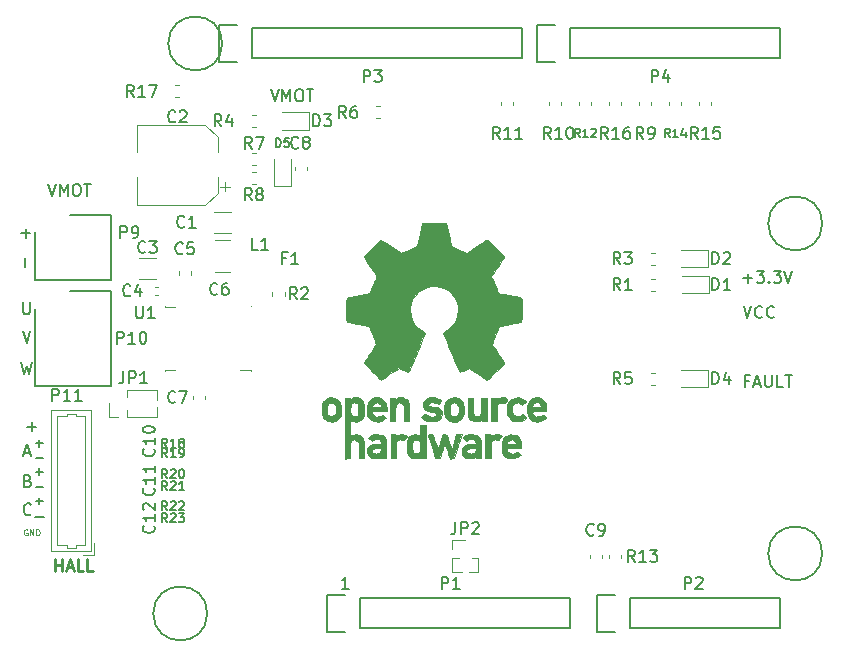
<source format=gbr>
%TF.GenerationSoftware,KiCad,Pcbnew,(5.1.9)-1*%
%TF.CreationDate,2021-05-10T14:27:13+02:00*%
%TF.ProjectId,Driverino-Shield,44726976-6572-4696-9e6f-2d536869656c,rev?*%
%TF.SameCoordinates,Original*%
%TF.FileFunction,Legend,Top*%
%TF.FilePolarity,Positive*%
%FSLAX46Y46*%
G04 Gerber Fmt 4.6, Leading zero omitted, Abs format (unit mm)*
G04 Created by KiCad (PCBNEW (5.1.9)-1) date 2021-05-10 14:27:13*
%MOMM*%
%LPD*%
G01*
G04 APERTURE LIST*
%ADD10C,0.150000*%
%ADD11C,0.200000*%
%ADD12C,0.125000*%
%ADD13C,0.250000*%
%ADD14C,0.120000*%
%ADD15C,0.010000*%
G04 APERTURE END LIST*
D10*
X113760476Y-87463380D02*
X114093809Y-88463380D01*
X114427142Y-87463380D01*
X114760476Y-88463380D02*
X114760476Y-87463380D01*
X115093809Y-88177666D01*
X115427142Y-87463380D01*
X115427142Y-88463380D01*
X116093809Y-87463380D02*
X116284285Y-87463380D01*
X116379523Y-87511000D01*
X116474761Y-87606238D01*
X116522380Y-87796714D01*
X116522380Y-88130047D01*
X116474761Y-88320523D01*
X116379523Y-88415761D01*
X116284285Y-88463380D01*
X116093809Y-88463380D01*
X115998571Y-88415761D01*
X115903333Y-88320523D01*
X115855714Y-88130047D01*
X115855714Y-87796714D01*
X115903333Y-87606238D01*
X115998571Y-87511000D01*
X116093809Y-87463380D01*
X116808095Y-87463380D02*
X117379523Y-87463380D01*
X117093809Y-88463380D02*
X117093809Y-87463380D01*
X173093261Y-104132071D02*
X172759928Y-104132071D01*
X172759928Y-104655880D02*
X172759928Y-103655880D01*
X173236119Y-103655880D01*
X173569452Y-104370166D02*
X174045642Y-104370166D01*
X173474214Y-104655880D02*
X173807547Y-103655880D01*
X174140880Y-104655880D01*
X174474214Y-103655880D02*
X174474214Y-104465404D01*
X174521833Y-104560642D01*
X174569452Y-104608261D01*
X174664690Y-104655880D01*
X174855166Y-104655880D01*
X174950404Y-104608261D01*
X174998023Y-104560642D01*
X175045642Y-104465404D01*
X175045642Y-103655880D01*
X175998023Y-104655880D02*
X175521833Y-104655880D01*
X175521833Y-103655880D01*
X176188500Y-103655880D02*
X176759928Y-103655880D01*
X176474214Y-104655880D02*
X176474214Y-103655880D01*
X132619976Y-79462380D02*
X132953309Y-80462380D01*
X133286642Y-79462380D01*
X133619976Y-80462380D02*
X133619976Y-79462380D01*
X133953309Y-80176666D01*
X134286642Y-79462380D01*
X134286642Y-80462380D01*
X134953309Y-79462380D02*
X135143785Y-79462380D01*
X135239023Y-79510000D01*
X135334261Y-79605238D01*
X135381880Y-79795714D01*
X135381880Y-80129047D01*
X135334261Y-80319523D01*
X135239023Y-80414761D01*
X135143785Y-80462380D01*
X134953309Y-80462380D01*
X134858071Y-80414761D01*
X134762833Y-80319523D01*
X134715214Y-80129047D01*
X134715214Y-79795714D01*
X134762833Y-79605238D01*
X134858071Y-79510000D01*
X134953309Y-79462380D01*
X135667595Y-79462380D02*
X136239023Y-79462380D01*
X135953309Y-80462380D02*
X135953309Y-79462380D01*
X172656666Y-97813880D02*
X172990000Y-98813880D01*
X173323333Y-97813880D01*
X174228095Y-98718642D02*
X174180476Y-98766261D01*
X174037619Y-98813880D01*
X173942380Y-98813880D01*
X173799523Y-98766261D01*
X173704285Y-98671023D01*
X173656666Y-98575785D01*
X173609047Y-98385309D01*
X173609047Y-98242452D01*
X173656666Y-98051976D01*
X173704285Y-97956738D01*
X173799523Y-97861500D01*
X173942380Y-97813880D01*
X174037619Y-97813880D01*
X174180476Y-97861500D01*
X174228095Y-97909119D01*
X175228095Y-98718642D02*
X175180476Y-98766261D01*
X175037619Y-98813880D01*
X174942380Y-98813880D01*
X174799523Y-98766261D01*
X174704285Y-98671023D01*
X174656666Y-98575785D01*
X174609047Y-98385309D01*
X174609047Y-98242452D01*
X174656666Y-98051976D01*
X174704285Y-97956738D01*
X174799523Y-97861500D01*
X174942380Y-97813880D01*
X175037619Y-97813880D01*
X175180476Y-97861500D01*
X175228095Y-97909119D01*
X172625000Y-95448428D02*
X173386904Y-95448428D01*
X173005952Y-95829380D02*
X173005952Y-95067476D01*
X173767857Y-94829380D02*
X174386904Y-94829380D01*
X174053571Y-95210333D01*
X174196428Y-95210333D01*
X174291666Y-95257952D01*
X174339285Y-95305571D01*
X174386904Y-95400809D01*
X174386904Y-95638904D01*
X174339285Y-95734142D01*
X174291666Y-95781761D01*
X174196428Y-95829380D01*
X173910714Y-95829380D01*
X173815476Y-95781761D01*
X173767857Y-95734142D01*
X174815476Y-95734142D02*
X174863095Y-95781761D01*
X174815476Y-95829380D01*
X174767857Y-95781761D01*
X174815476Y-95734142D01*
X174815476Y-95829380D01*
X175196428Y-94829380D02*
X175815476Y-94829380D01*
X175482142Y-95210333D01*
X175625000Y-95210333D01*
X175720238Y-95257952D01*
X175767857Y-95305571D01*
X175815476Y-95400809D01*
X175815476Y-95638904D01*
X175767857Y-95734142D01*
X175720238Y-95781761D01*
X175625000Y-95829380D01*
X175339285Y-95829380D01*
X175244047Y-95781761D01*
X175196428Y-95734142D01*
X176101190Y-94829380D02*
X176434523Y-95829380D01*
X176767857Y-94829380D01*
D11*
X111831428Y-94487952D02*
X111831428Y-93726047D01*
D10*
X113410952Y-115625571D02*
X112649047Y-115625571D01*
X113315714Y-114309928D02*
X112744285Y-114309928D01*
X113030000Y-114024214D02*
X113030000Y-114595642D01*
X113315714Y-113103428D02*
X112744285Y-113103428D01*
X113315714Y-111833428D02*
X112744285Y-111833428D01*
X113030000Y-111547714D02*
X113030000Y-112119142D01*
X113315714Y-110626928D02*
X112744285Y-110626928D01*
X113315714Y-109420428D02*
X112744285Y-109420428D01*
X113030000Y-109134714D02*
X113030000Y-109706142D01*
D12*
X112014047Y-116717000D02*
X111966428Y-116693190D01*
X111895000Y-116693190D01*
X111823571Y-116717000D01*
X111775952Y-116764619D01*
X111752142Y-116812238D01*
X111728333Y-116907476D01*
X111728333Y-116978904D01*
X111752142Y-117074142D01*
X111775952Y-117121761D01*
X111823571Y-117169380D01*
X111895000Y-117193190D01*
X111942619Y-117193190D01*
X112014047Y-117169380D01*
X112037857Y-117145571D01*
X112037857Y-116978904D01*
X111942619Y-116978904D01*
X112252142Y-117193190D02*
X112252142Y-116693190D01*
X112537857Y-117193190D01*
X112537857Y-116693190D01*
X112775952Y-117193190D02*
X112775952Y-116693190D01*
X112895000Y-116693190D01*
X112966428Y-116717000D01*
X113014047Y-116764619D01*
X113037857Y-116812238D01*
X113061666Y-116907476D01*
X113061666Y-116978904D01*
X113037857Y-117074142D01*
X113014047Y-117121761D01*
X112966428Y-117169380D01*
X112895000Y-117193190D01*
X112775952Y-117193190D01*
D10*
X112323523Y-115419142D02*
X112275904Y-115466761D01*
X112133047Y-115514380D01*
X112037809Y-115514380D01*
X111894952Y-115466761D01*
X111799714Y-115371523D01*
X111752095Y-115276285D01*
X111704476Y-115085809D01*
X111704476Y-114942952D01*
X111752095Y-114752476D01*
X111799714Y-114657238D01*
X111894952Y-114562000D01*
X112037809Y-114514380D01*
X112133047Y-114514380D01*
X112275904Y-114562000D01*
X112323523Y-114609619D01*
X112085428Y-112577571D02*
X112228285Y-112625190D01*
X112275904Y-112672809D01*
X112323523Y-112768047D01*
X112323523Y-112910904D01*
X112275904Y-113006142D01*
X112228285Y-113053761D01*
X112133047Y-113101380D01*
X111752095Y-113101380D01*
X111752095Y-112101380D01*
X112085428Y-112101380D01*
X112180666Y-112149000D01*
X112228285Y-112196619D01*
X112275904Y-112291857D01*
X112275904Y-112387095D01*
X112228285Y-112482333D01*
X112180666Y-112529952D01*
X112085428Y-112577571D01*
X111752095Y-112577571D01*
X111775904Y-110212166D02*
X112252095Y-110212166D01*
X111680666Y-110497880D02*
X112014000Y-109497880D01*
X112347333Y-110497880D01*
X112014047Y-108005571D02*
X112775952Y-108005571D01*
X112395000Y-107624619D02*
X112395000Y-108386523D01*
X111521928Y-102576380D02*
X111760023Y-103576380D01*
X111950500Y-102862095D01*
X112140976Y-103576380D01*
X112379071Y-102576380D01*
X111617166Y-99909380D02*
X111950500Y-100909380D01*
X112283833Y-99909380D01*
X111664785Y-97496380D02*
X111664785Y-98305904D01*
X111712404Y-98401142D01*
X111760023Y-98448761D01*
X111855261Y-98496380D01*
X112045738Y-98496380D01*
X112140976Y-98448761D01*
X112188595Y-98401142D01*
X112236214Y-98305904D01*
X112236214Y-97496380D01*
D11*
X111506047Y-91638428D02*
X112267952Y-91638428D01*
X111887000Y-92019380D02*
X111887000Y-91257476D01*
D13*
X114363690Y-120213380D02*
X114363690Y-119213380D01*
X114363690Y-119689571D02*
X114935119Y-119689571D01*
X114935119Y-120213380D02*
X114935119Y-119213380D01*
X115363690Y-119927666D02*
X115839880Y-119927666D01*
X115268452Y-120213380D02*
X115601785Y-119213380D01*
X115935119Y-120213380D01*
X116744642Y-120213380D02*
X116268452Y-120213380D01*
X116268452Y-119213380D01*
X117554166Y-120213380D02*
X117077976Y-120213380D01*
X117077976Y-119213380D01*
D10*
X139223714Y-121737380D02*
X138652285Y-121737380D01*
X138938000Y-121737380D02*
X138938000Y-120737380D01*
X138842761Y-120880238D01*
X138747523Y-120975476D01*
X138652285Y-121023095D01*
D14*
%TO.C,U1*%
X130948000Y-103315000D02*
X130948000Y-103215000D01*
X130948000Y-103215000D02*
X130048000Y-103215000D01*
X123648000Y-103315000D02*
X123648000Y-103215000D01*
X123648000Y-103215000D02*
X124548000Y-103215000D01*
X123648000Y-97815000D02*
X123648000Y-97915000D01*
X123648000Y-97915000D02*
X124548000Y-97915000D01*
X130948000Y-97815000D02*
X130948000Y-97765000D01*
%TO.C,JP1*%
X122963000Y-107155000D02*
X122963000Y-106352530D01*
X122963000Y-105737470D02*
X122963000Y-104935000D01*
X120488000Y-107155000D02*
X122963000Y-107155000D01*
X120488000Y-104935000D02*
X122963000Y-104935000D01*
X120488000Y-107155000D02*
X120488000Y-106608471D01*
X120488000Y-105481529D02*
X120488000Y-104935000D01*
X119728000Y-107155000D02*
X118968000Y-107155000D01*
X118968000Y-107155000D02*
X118968000Y-106045000D01*
%TO.C,C3*%
X121462748Y-93705000D02*
X122885252Y-93705000D01*
X121462748Y-95525000D02*
X122885252Y-95525000D01*
%TO.C,C4*%
X122828164Y-96160000D02*
X123043836Y-96160000D01*
X122828164Y-96880000D02*
X123043836Y-96880000D01*
D15*
%TO.C,REF\u002A\u002A*%
G36*
X147679305Y-91736960D02*
G01*
X147867557Y-92735542D01*
X148562183Y-93021889D01*
X149256808Y-93308237D01*
X150090128Y-92741586D01*
X150323501Y-92583811D01*
X150534457Y-92442939D01*
X150713153Y-92325401D01*
X150849744Y-92237629D01*
X150934386Y-92186055D01*
X150957437Y-92174935D01*
X150998963Y-92203535D01*
X151087698Y-92282604D01*
X151213697Y-92402041D01*
X151367014Y-92551744D01*
X151537702Y-92721615D01*
X151715814Y-92901551D01*
X151891406Y-93081454D01*
X152054530Y-93251222D01*
X152195241Y-93400754D01*
X152303592Y-93519952D01*
X152369637Y-93598713D01*
X152385426Y-93625072D01*
X152362703Y-93673666D01*
X152298999Y-93780126D01*
X152201013Y-93934039D01*
X152075441Y-94124991D01*
X151928982Y-94342569D01*
X151844115Y-94466671D01*
X151689426Y-94693279D01*
X151551970Y-94897770D01*
X151438414Y-95069965D01*
X151355428Y-95199685D01*
X151309678Y-95276751D01*
X151302803Y-95292947D01*
X151318388Y-95338975D01*
X151360868Y-95446250D01*
X151423835Y-95599687D01*
X151500879Y-95784206D01*
X151585590Y-95984721D01*
X151671558Y-96186152D01*
X151752373Y-96373415D01*
X151821627Y-96531428D01*
X151872908Y-96645107D01*
X151899809Y-96699370D01*
X151901396Y-96701506D01*
X151943635Y-96711867D01*
X152056126Y-96734982D01*
X152227209Y-96768579D01*
X152445223Y-96810385D01*
X152698509Y-96858127D01*
X152846288Y-96885659D01*
X153116938Y-96937190D01*
X153361397Y-96986225D01*
X153567300Y-97030081D01*
X153722277Y-97066074D01*
X153813962Y-97091521D01*
X153832393Y-97099595D01*
X153850445Y-97154242D01*
X153865010Y-97277662D01*
X153876098Y-97455423D01*
X153883719Y-97673091D01*
X153887884Y-97916235D01*
X153888602Y-98170423D01*
X153885882Y-98421220D01*
X153879735Y-98654196D01*
X153870171Y-98854918D01*
X153857199Y-99008954D01*
X153840829Y-99101870D01*
X153831011Y-99121213D01*
X153772323Y-99144398D01*
X153647966Y-99177544D01*
X153474390Y-99216758D01*
X153268042Y-99258145D01*
X153196011Y-99271534D01*
X152848719Y-99335147D01*
X152574383Y-99386378D01*
X152363939Y-99427261D01*
X152208322Y-99459834D01*
X152098467Y-99486132D01*
X152025311Y-99508192D01*
X151979787Y-99528049D01*
X151952833Y-99547741D01*
X151949061Y-99551632D01*
X151911415Y-99614324D01*
X151853986Y-99736331D01*
X151782508Y-99902712D01*
X151702715Y-100098529D01*
X151620343Y-100308840D01*
X151541125Y-100518708D01*
X151470796Y-100713191D01*
X151415089Y-100877350D01*
X151379741Y-100996245D01*
X151370484Y-101054936D01*
X151371256Y-101056992D01*
X151402620Y-101104964D01*
X151473774Y-101210516D01*
X151577240Y-101362660D01*
X151705540Y-101550410D01*
X151851199Y-101762780D01*
X151892680Y-101823130D01*
X152040587Y-102041929D01*
X152170739Y-102241562D01*
X152276045Y-102410565D01*
X152349416Y-102537475D01*
X152383763Y-102610829D01*
X152385426Y-102619841D01*
X152356569Y-102667207D01*
X152276831Y-102761042D01*
X152156462Y-102891261D01*
X152005713Y-103047779D01*
X151834836Y-103220510D01*
X151654079Y-103399371D01*
X151473694Y-103574276D01*
X151303932Y-103735140D01*
X151155042Y-103871878D01*
X151037276Y-103974407D01*
X150960883Y-104032640D01*
X150939750Y-104042148D01*
X150890560Y-104019754D01*
X150789847Y-103959356D01*
X150654017Y-103871129D01*
X150549510Y-103800115D01*
X150360149Y-103669811D01*
X150135899Y-103516384D01*
X149910964Y-103363201D01*
X149790032Y-103281218D01*
X149380704Y-103004353D01*
X149037102Y-103190136D01*
X148880565Y-103271523D01*
X148747454Y-103334784D01*
X148657389Y-103370865D01*
X148634463Y-103375885D01*
X148606895Y-103338817D01*
X148552508Y-103234069D01*
X148475363Y-103071303D01*
X148379518Y-102860181D01*
X148269034Y-102610365D01*
X148147971Y-102331517D01*
X148020389Y-102033299D01*
X147890347Y-101725374D01*
X147761906Y-101417404D01*
X147639126Y-101119050D01*
X147526067Y-100839975D01*
X147426788Y-100589841D01*
X147345349Y-100378310D01*
X147285811Y-100215043D01*
X147252234Y-100109705D01*
X147246834Y-100073527D01*
X147289634Y-100027381D01*
X147383344Y-99952472D01*
X147508373Y-99864364D01*
X147518867Y-99857394D01*
X147842020Y-99598721D01*
X148102587Y-99296938D01*
X148298310Y-98961695D01*
X148426932Y-98602642D01*
X148486195Y-98229426D01*
X148473839Y-97851700D01*
X148387607Y-97479111D01*
X148225241Y-97121310D01*
X148177472Y-97043027D01*
X147929009Y-96726919D01*
X147635481Y-96473079D01*
X147307047Y-96282827D01*
X146953865Y-96157485D01*
X146586095Y-96098372D01*
X146213897Y-96106807D01*
X145847429Y-96184112D01*
X145496851Y-96331606D01*
X145172323Y-96550610D01*
X145071936Y-96639498D01*
X144816449Y-96917744D01*
X144630278Y-97210656D01*
X144502570Y-97538986D01*
X144431444Y-97864133D01*
X144413886Y-98229702D01*
X144472434Y-98597086D01*
X144601142Y-98953866D01*
X144794062Y-99287626D01*
X145045248Y-99585947D01*
X145348752Y-99836411D01*
X145388640Y-99862813D01*
X145515009Y-99949272D01*
X145611073Y-100024184D01*
X145657000Y-100072015D01*
X145657668Y-100073527D01*
X145647808Y-100125267D01*
X145608722Y-100242696D01*
X145544472Y-100416154D01*
X145459120Y-100635979D01*
X145356727Y-100892513D01*
X145241354Y-101176096D01*
X145117063Y-101477067D01*
X144987916Y-101785767D01*
X144857974Y-102092536D01*
X144731298Y-102387714D01*
X144611951Y-102661640D01*
X144503994Y-102904656D01*
X144411488Y-103107101D01*
X144338496Y-103259315D01*
X144289077Y-103351638D01*
X144269177Y-103375885D01*
X144208366Y-103357004D01*
X144094582Y-103306364D01*
X143947445Y-103233017D01*
X143866538Y-103190136D01*
X143522935Y-103004353D01*
X143113607Y-103281218D01*
X142904654Y-103423054D01*
X142675887Y-103579141D01*
X142461509Y-103726109D01*
X142354129Y-103800115D01*
X142203102Y-103901531D01*
X142075218Y-103981898D01*
X141987158Y-104031041D01*
X141958555Y-104041429D01*
X141916924Y-104013405D01*
X141824789Y-103935172D01*
X141691082Y-103814852D01*
X141524735Y-103660568D01*
X141334680Y-103480443D01*
X141214479Y-103364790D01*
X141004185Y-103158167D01*
X140822444Y-102973358D01*
X140676603Y-102818270D01*
X140574009Y-102700807D01*
X140522009Y-102628875D01*
X140517020Y-102614278D01*
X140540171Y-102558753D01*
X140604146Y-102446484D01*
X140701847Y-102288837D01*
X140826180Y-102097179D01*
X140970046Y-101882876D01*
X141010959Y-101823130D01*
X141160033Y-101605982D01*
X141293775Y-101410475D01*
X141404709Y-101247599D01*
X141485356Y-101128337D01*
X141528241Y-101063678D01*
X141532383Y-101056992D01*
X141526188Y-101005462D01*
X141493300Y-100892166D01*
X141439455Y-100732042D01*
X141370387Y-100540032D01*
X141291831Y-100331074D01*
X141209520Y-100120109D01*
X141129189Y-99922076D01*
X141056572Y-99751916D01*
X140997405Y-99624567D01*
X140957420Y-99554971D01*
X140954578Y-99551632D01*
X140930127Y-99531742D01*
X140888831Y-99512073D01*
X140821623Y-99490589D01*
X140719441Y-99465253D01*
X140573219Y-99434029D01*
X140373893Y-99394882D01*
X140112397Y-99345775D01*
X139779669Y-99284672D01*
X139707628Y-99271534D01*
X139494115Y-99230282D01*
X139307978Y-99189926D01*
X139165666Y-99154361D01*
X139083629Y-99127480D01*
X139072628Y-99121213D01*
X139054502Y-99065654D01*
X139039767Y-98941495D01*
X139028436Y-98763169D01*
X139020516Y-98545109D01*
X139016019Y-98301746D01*
X139014954Y-98047514D01*
X139017330Y-97796845D01*
X139023159Y-97564171D01*
X139032449Y-97363924D01*
X139045211Y-97210538D01*
X139061454Y-97118444D01*
X139071246Y-97099595D01*
X139125761Y-97080582D01*
X139249896Y-97049650D01*
X139431285Y-97009482D01*
X139657560Y-96962762D01*
X139916353Y-96912173D01*
X140057351Y-96885659D01*
X140324873Y-96835650D01*
X140563438Y-96790346D01*
X140761386Y-96752021D01*
X140907057Y-96722947D01*
X140988791Y-96705397D01*
X141002243Y-96701506D01*
X141024979Y-96657638D01*
X141073040Y-96551976D01*
X141140019Y-96399613D01*
X141219510Y-96215646D01*
X141305108Y-96015170D01*
X141390405Y-95813281D01*
X141468995Y-95625073D01*
X141534473Y-95465642D01*
X141580431Y-95350084D01*
X141600463Y-95293494D01*
X141600836Y-95291021D01*
X141578126Y-95246379D01*
X141514459Y-95143647D01*
X141416525Y-94993037D01*
X141291017Y-94804757D01*
X141144626Y-94589018D01*
X141059525Y-94465098D01*
X140904455Y-94237883D01*
X140766725Y-94031595D01*
X140653053Y-93856671D01*
X140570161Y-93723545D01*
X140524769Y-93642653D01*
X140518213Y-93624520D01*
X140546395Y-93582312D01*
X140624304Y-93492191D01*
X140741990Y-93364254D01*
X140889500Y-93208596D01*
X141056881Y-93035315D01*
X141234181Y-92854507D01*
X141411448Y-92676267D01*
X141578730Y-92510693D01*
X141726075Y-92367880D01*
X141843530Y-92257925D01*
X141921143Y-92190924D01*
X141947108Y-92174935D01*
X141989384Y-92197419D01*
X142090501Y-92260585D01*
X142240627Y-92358003D01*
X142429930Y-92483243D01*
X142648579Y-92629875D01*
X142813511Y-92741586D01*
X143646831Y-93308237D01*
X144341456Y-93021889D01*
X145036082Y-92735542D01*
X145224334Y-91736960D01*
X145412587Y-90738377D01*
X147491052Y-90738377D01*
X147679305Y-91736960D01*
G37*
X147679305Y-91736960D02*
X147867557Y-92735542D01*
X148562183Y-93021889D01*
X149256808Y-93308237D01*
X150090128Y-92741586D01*
X150323501Y-92583811D01*
X150534457Y-92442939D01*
X150713153Y-92325401D01*
X150849744Y-92237629D01*
X150934386Y-92186055D01*
X150957437Y-92174935D01*
X150998963Y-92203535D01*
X151087698Y-92282604D01*
X151213697Y-92402041D01*
X151367014Y-92551744D01*
X151537702Y-92721615D01*
X151715814Y-92901551D01*
X151891406Y-93081454D01*
X152054530Y-93251222D01*
X152195241Y-93400754D01*
X152303592Y-93519952D01*
X152369637Y-93598713D01*
X152385426Y-93625072D01*
X152362703Y-93673666D01*
X152298999Y-93780126D01*
X152201013Y-93934039D01*
X152075441Y-94124991D01*
X151928982Y-94342569D01*
X151844115Y-94466671D01*
X151689426Y-94693279D01*
X151551970Y-94897770D01*
X151438414Y-95069965D01*
X151355428Y-95199685D01*
X151309678Y-95276751D01*
X151302803Y-95292947D01*
X151318388Y-95338975D01*
X151360868Y-95446250D01*
X151423835Y-95599687D01*
X151500879Y-95784206D01*
X151585590Y-95984721D01*
X151671558Y-96186152D01*
X151752373Y-96373415D01*
X151821627Y-96531428D01*
X151872908Y-96645107D01*
X151899809Y-96699370D01*
X151901396Y-96701506D01*
X151943635Y-96711867D01*
X152056126Y-96734982D01*
X152227209Y-96768579D01*
X152445223Y-96810385D01*
X152698509Y-96858127D01*
X152846288Y-96885659D01*
X153116938Y-96937190D01*
X153361397Y-96986225D01*
X153567300Y-97030081D01*
X153722277Y-97066074D01*
X153813962Y-97091521D01*
X153832393Y-97099595D01*
X153850445Y-97154242D01*
X153865010Y-97277662D01*
X153876098Y-97455423D01*
X153883719Y-97673091D01*
X153887884Y-97916235D01*
X153888602Y-98170423D01*
X153885882Y-98421220D01*
X153879735Y-98654196D01*
X153870171Y-98854918D01*
X153857199Y-99008954D01*
X153840829Y-99101870D01*
X153831011Y-99121213D01*
X153772323Y-99144398D01*
X153647966Y-99177544D01*
X153474390Y-99216758D01*
X153268042Y-99258145D01*
X153196011Y-99271534D01*
X152848719Y-99335147D01*
X152574383Y-99386378D01*
X152363939Y-99427261D01*
X152208322Y-99459834D01*
X152098467Y-99486132D01*
X152025311Y-99508192D01*
X151979787Y-99528049D01*
X151952833Y-99547741D01*
X151949061Y-99551632D01*
X151911415Y-99614324D01*
X151853986Y-99736331D01*
X151782508Y-99902712D01*
X151702715Y-100098529D01*
X151620343Y-100308840D01*
X151541125Y-100518708D01*
X151470796Y-100713191D01*
X151415089Y-100877350D01*
X151379741Y-100996245D01*
X151370484Y-101054936D01*
X151371256Y-101056992D01*
X151402620Y-101104964D01*
X151473774Y-101210516D01*
X151577240Y-101362660D01*
X151705540Y-101550410D01*
X151851199Y-101762780D01*
X151892680Y-101823130D01*
X152040587Y-102041929D01*
X152170739Y-102241562D01*
X152276045Y-102410565D01*
X152349416Y-102537475D01*
X152383763Y-102610829D01*
X152385426Y-102619841D01*
X152356569Y-102667207D01*
X152276831Y-102761042D01*
X152156462Y-102891261D01*
X152005713Y-103047779D01*
X151834836Y-103220510D01*
X151654079Y-103399371D01*
X151473694Y-103574276D01*
X151303932Y-103735140D01*
X151155042Y-103871878D01*
X151037276Y-103974407D01*
X150960883Y-104032640D01*
X150939750Y-104042148D01*
X150890560Y-104019754D01*
X150789847Y-103959356D01*
X150654017Y-103871129D01*
X150549510Y-103800115D01*
X150360149Y-103669811D01*
X150135899Y-103516384D01*
X149910964Y-103363201D01*
X149790032Y-103281218D01*
X149380704Y-103004353D01*
X149037102Y-103190136D01*
X148880565Y-103271523D01*
X148747454Y-103334784D01*
X148657389Y-103370865D01*
X148634463Y-103375885D01*
X148606895Y-103338817D01*
X148552508Y-103234069D01*
X148475363Y-103071303D01*
X148379518Y-102860181D01*
X148269034Y-102610365D01*
X148147971Y-102331517D01*
X148020389Y-102033299D01*
X147890347Y-101725374D01*
X147761906Y-101417404D01*
X147639126Y-101119050D01*
X147526067Y-100839975D01*
X147426788Y-100589841D01*
X147345349Y-100378310D01*
X147285811Y-100215043D01*
X147252234Y-100109705D01*
X147246834Y-100073527D01*
X147289634Y-100027381D01*
X147383344Y-99952472D01*
X147508373Y-99864364D01*
X147518867Y-99857394D01*
X147842020Y-99598721D01*
X148102587Y-99296938D01*
X148298310Y-98961695D01*
X148426932Y-98602642D01*
X148486195Y-98229426D01*
X148473839Y-97851700D01*
X148387607Y-97479111D01*
X148225241Y-97121310D01*
X148177472Y-97043027D01*
X147929009Y-96726919D01*
X147635481Y-96473079D01*
X147307047Y-96282827D01*
X146953865Y-96157485D01*
X146586095Y-96098372D01*
X146213897Y-96106807D01*
X145847429Y-96184112D01*
X145496851Y-96331606D01*
X145172323Y-96550610D01*
X145071936Y-96639498D01*
X144816449Y-96917744D01*
X144630278Y-97210656D01*
X144502570Y-97538986D01*
X144431444Y-97864133D01*
X144413886Y-98229702D01*
X144472434Y-98597086D01*
X144601142Y-98953866D01*
X144794062Y-99287626D01*
X145045248Y-99585947D01*
X145348752Y-99836411D01*
X145388640Y-99862813D01*
X145515009Y-99949272D01*
X145611073Y-100024184D01*
X145657000Y-100072015D01*
X145657668Y-100073527D01*
X145647808Y-100125267D01*
X145608722Y-100242696D01*
X145544472Y-100416154D01*
X145459120Y-100635979D01*
X145356727Y-100892513D01*
X145241354Y-101176096D01*
X145117063Y-101477067D01*
X144987916Y-101785767D01*
X144857974Y-102092536D01*
X144731298Y-102387714D01*
X144611951Y-102661640D01*
X144503994Y-102904656D01*
X144411488Y-103107101D01*
X144338496Y-103259315D01*
X144289077Y-103351638D01*
X144269177Y-103375885D01*
X144208366Y-103357004D01*
X144094582Y-103306364D01*
X143947445Y-103233017D01*
X143866538Y-103190136D01*
X143522935Y-103004353D01*
X143113607Y-103281218D01*
X142904654Y-103423054D01*
X142675887Y-103579141D01*
X142461509Y-103726109D01*
X142354129Y-103800115D01*
X142203102Y-103901531D01*
X142075218Y-103981898D01*
X141987158Y-104031041D01*
X141958555Y-104041429D01*
X141916924Y-104013405D01*
X141824789Y-103935172D01*
X141691082Y-103814852D01*
X141524735Y-103660568D01*
X141334680Y-103480443D01*
X141214479Y-103364790D01*
X141004185Y-103158167D01*
X140822444Y-102973358D01*
X140676603Y-102818270D01*
X140574009Y-102700807D01*
X140522009Y-102628875D01*
X140517020Y-102614278D01*
X140540171Y-102558753D01*
X140604146Y-102446484D01*
X140701847Y-102288837D01*
X140826180Y-102097179D01*
X140970046Y-101882876D01*
X141010959Y-101823130D01*
X141160033Y-101605982D01*
X141293775Y-101410475D01*
X141404709Y-101247599D01*
X141485356Y-101128337D01*
X141528241Y-101063678D01*
X141532383Y-101056992D01*
X141526188Y-101005462D01*
X141493300Y-100892166D01*
X141439455Y-100732042D01*
X141370387Y-100540032D01*
X141291831Y-100331074D01*
X141209520Y-100120109D01*
X141129189Y-99922076D01*
X141056572Y-99751916D01*
X140997405Y-99624567D01*
X140957420Y-99554971D01*
X140954578Y-99551632D01*
X140930127Y-99531742D01*
X140888831Y-99512073D01*
X140821623Y-99490589D01*
X140719441Y-99465253D01*
X140573219Y-99434029D01*
X140373893Y-99394882D01*
X140112397Y-99345775D01*
X139779669Y-99284672D01*
X139707628Y-99271534D01*
X139494115Y-99230282D01*
X139307978Y-99189926D01*
X139165666Y-99154361D01*
X139083629Y-99127480D01*
X139072628Y-99121213D01*
X139054502Y-99065654D01*
X139039767Y-98941495D01*
X139028436Y-98763169D01*
X139020516Y-98545109D01*
X139016019Y-98301746D01*
X139014954Y-98047514D01*
X139017330Y-97796845D01*
X139023159Y-97564171D01*
X139032449Y-97363924D01*
X139045211Y-97210538D01*
X139061454Y-97118444D01*
X139071246Y-97099595D01*
X139125761Y-97080582D01*
X139249896Y-97049650D01*
X139431285Y-97009482D01*
X139657560Y-96962762D01*
X139916353Y-96912173D01*
X140057351Y-96885659D01*
X140324873Y-96835650D01*
X140563438Y-96790346D01*
X140761386Y-96752021D01*
X140907057Y-96722947D01*
X140988791Y-96705397D01*
X141002243Y-96701506D01*
X141024979Y-96657638D01*
X141073040Y-96551976D01*
X141140019Y-96399613D01*
X141219510Y-96215646D01*
X141305108Y-96015170D01*
X141390405Y-95813281D01*
X141468995Y-95625073D01*
X141534473Y-95465642D01*
X141580431Y-95350084D01*
X141600463Y-95293494D01*
X141600836Y-95291021D01*
X141578126Y-95246379D01*
X141514459Y-95143647D01*
X141416525Y-94993037D01*
X141291017Y-94804757D01*
X141144626Y-94589018D01*
X141059525Y-94465098D01*
X140904455Y-94237883D01*
X140766725Y-94031595D01*
X140653053Y-93856671D01*
X140570161Y-93723545D01*
X140524769Y-93642653D01*
X140518213Y-93624520D01*
X140546395Y-93582312D01*
X140624304Y-93492191D01*
X140741990Y-93364254D01*
X140889500Y-93208596D01*
X141056881Y-93035315D01*
X141234181Y-92854507D01*
X141411448Y-92676267D01*
X141578730Y-92510693D01*
X141726075Y-92367880D01*
X141843530Y-92257925D01*
X141921143Y-92190924D01*
X141947108Y-92174935D01*
X141989384Y-92197419D01*
X142090501Y-92260585D01*
X142240627Y-92358003D01*
X142429930Y-92483243D01*
X142648579Y-92629875D01*
X142813511Y-92741586D01*
X143646831Y-93308237D01*
X144341456Y-93021889D01*
X145036082Y-92735542D01*
X145224334Y-91736960D01*
X145412587Y-90738377D01*
X147491052Y-90738377D01*
X147679305Y-91736960D01*
G36*
X152389869Y-105539231D02*
G01*
X152533092Y-105582989D01*
X152625306Y-105638280D01*
X152655344Y-105682004D01*
X152647076Y-105733834D01*
X152593427Y-105815259D01*
X152548063Y-105872927D01*
X152454546Y-105977182D01*
X152384287Y-106021045D01*
X152324393Y-106018182D01*
X152146720Y-105972967D01*
X152016234Y-105975020D01*
X151910273Y-106026261D01*
X151874700Y-106056252D01*
X151760836Y-106161778D01*
X151760836Y-107539853D01*
X151302803Y-107539853D01*
X151302803Y-105541164D01*
X151531820Y-105541164D01*
X151669318Y-105546602D01*
X151740258Y-105565909D01*
X151760827Y-105603576D01*
X151760836Y-105604692D01*
X151770550Y-105644146D01*
X151814478Y-105639000D01*
X151875344Y-105610536D01*
X152001054Y-105557569D01*
X152103134Y-105525703D01*
X152234480Y-105517533D01*
X152389869Y-105539231D01*
G37*
X152389869Y-105539231D02*
X152533092Y-105582989D01*
X152625306Y-105638280D01*
X152655344Y-105682004D01*
X152647076Y-105733834D01*
X152593427Y-105815259D01*
X152548063Y-105872927D01*
X152454546Y-105977182D01*
X152384287Y-106021045D01*
X152324393Y-106018182D01*
X152146720Y-105972967D01*
X152016234Y-105975020D01*
X151910273Y-106026261D01*
X151874700Y-106056252D01*
X151760836Y-106161778D01*
X151760836Y-107539853D01*
X151302803Y-107539853D01*
X151302803Y-105541164D01*
X151531820Y-105541164D01*
X151669318Y-105546602D01*
X151740258Y-105565909D01*
X151760827Y-105603576D01*
X151760836Y-105604692D01*
X151770550Y-105644146D01*
X151814478Y-105639000D01*
X151875344Y-105610536D01*
X152001054Y-105557569D01*
X152103134Y-105525703D01*
X152234480Y-105517533D01*
X152389869Y-105539231D01*
G36*
X143934108Y-105575563D02*
G01*
X144037740Y-105625062D01*
X144138106Y-105696561D01*
X144214568Y-105778853D01*
X144270262Y-105883811D01*
X144308323Y-106023313D01*
X144331885Y-106209233D01*
X144344085Y-106453448D01*
X144348056Y-106767833D01*
X144348118Y-106800754D01*
X144349033Y-107539853D01*
X143891000Y-107539853D01*
X143891000Y-106858481D01*
X143890674Y-106606050D01*
X143888419Y-106423093D01*
X143882319Y-106295807D01*
X143870459Y-106210386D01*
X143850924Y-106153026D01*
X143821797Y-106109924D01*
X143781224Y-106067334D01*
X143639269Y-105975824D01*
X143484306Y-105958843D01*
X143336677Y-106016701D01*
X143285337Y-106059763D01*
X143247647Y-106100249D01*
X143220587Y-106143607D01*
X143202397Y-106203463D01*
X143191316Y-106293441D01*
X143185586Y-106427168D01*
X143183444Y-106618270D01*
X143183131Y-106850911D01*
X143183131Y-107539853D01*
X142725098Y-107539853D01*
X142725098Y-105541164D01*
X142954115Y-105541164D01*
X143091614Y-105546602D01*
X143162553Y-105565909D01*
X143183122Y-105603576D01*
X143183131Y-105604692D01*
X143192675Y-105641581D01*
X143234767Y-105637395D01*
X143318459Y-105596861D01*
X143508273Y-105537224D01*
X143725401Y-105530591D01*
X143934108Y-105575563D01*
G37*
X143934108Y-105575563D02*
X144037740Y-105625062D01*
X144138106Y-105696561D01*
X144214568Y-105778853D01*
X144270262Y-105883811D01*
X144308323Y-106023313D01*
X144331885Y-106209233D01*
X144344085Y-106453448D01*
X144348056Y-106767833D01*
X144348118Y-106800754D01*
X144349033Y-107539853D01*
X143891000Y-107539853D01*
X143891000Y-106858481D01*
X143890674Y-106606050D01*
X143888419Y-106423093D01*
X143882319Y-106295807D01*
X143870459Y-106210386D01*
X143850924Y-106153026D01*
X143821797Y-106109924D01*
X143781224Y-106067334D01*
X143639269Y-105975824D01*
X143484306Y-105958843D01*
X143336677Y-106016701D01*
X143285337Y-106059763D01*
X143247647Y-106100249D01*
X143220587Y-106143607D01*
X143202397Y-106203463D01*
X143191316Y-106293441D01*
X143185586Y-106427168D01*
X143183444Y-106618270D01*
X143183131Y-106850911D01*
X143183131Y-107539853D01*
X142725098Y-107539853D01*
X142725098Y-105541164D01*
X142954115Y-105541164D01*
X143091614Y-105546602D01*
X143162553Y-105565909D01*
X143183122Y-105603576D01*
X143183131Y-105604692D01*
X143192675Y-105641581D01*
X143234767Y-105637395D01*
X143318459Y-105596861D01*
X143508273Y-105537224D01*
X143725401Y-105530591D01*
X143934108Y-105575563D01*
G36*
X155298792Y-105534019D02*
G01*
X155405414Y-105559922D01*
X155609830Y-105654772D01*
X155784625Y-105799633D01*
X155905597Y-105973320D01*
X155922217Y-106012317D01*
X155945016Y-106114465D01*
X155960975Y-106265573D01*
X155966410Y-106418301D01*
X155966410Y-106707066D01*
X155362639Y-106707066D01*
X155113619Y-106708007D01*
X154938189Y-106713723D01*
X154826665Y-106728550D01*
X154769360Y-106756827D01*
X154756588Y-106802890D01*
X154778662Y-106871077D01*
X154818205Y-106950863D01*
X154928509Y-107084017D01*
X155081792Y-107150355D01*
X155269141Y-107148194D01*
X155481363Y-107075991D01*
X155664773Y-106986883D01*
X155816962Y-107107220D01*
X155969151Y-107227558D01*
X155825974Y-107359843D01*
X155634828Y-107484832D01*
X155399753Y-107560189D01*
X155146898Y-107581278D01*
X154902413Y-107543460D01*
X154862967Y-107530628D01*
X154648090Y-107418414D01*
X154488250Y-107251118D01*
X154380080Y-107023748D01*
X154320210Y-106731308D01*
X154319513Y-106725040D01*
X154314152Y-106406332D01*
X154335823Y-106292632D01*
X154758869Y-106292632D01*
X154797722Y-106310116D01*
X154903205Y-106323508D01*
X155058707Y-106331155D01*
X155157249Y-106332312D01*
X155341013Y-106331588D01*
X155455914Y-106326983D01*
X155516366Y-106314848D01*
X155536783Y-106291530D01*
X155531581Y-106253382D01*
X155527217Y-106238623D01*
X155452724Y-106099944D01*
X155335566Y-105988179D01*
X155232173Y-105939066D01*
X155094816Y-105942032D01*
X154955629Y-106003278D01*
X154838874Y-106104683D01*
X154768810Y-106228122D01*
X154758869Y-106292632D01*
X154335823Y-106292632D01*
X154367579Y-106126020D01*
X154473572Y-105890780D01*
X154625911Y-105707284D01*
X154818374Y-105582209D01*
X155044742Y-105522229D01*
X155298792Y-105534019D01*
G37*
X155298792Y-105534019D02*
X155405414Y-105559922D01*
X155609830Y-105654772D01*
X155784625Y-105799633D01*
X155905597Y-105973320D01*
X155922217Y-106012317D01*
X155945016Y-106114465D01*
X155960975Y-106265573D01*
X155966410Y-106418301D01*
X155966410Y-106707066D01*
X155362639Y-106707066D01*
X155113619Y-106708007D01*
X154938189Y-106713723D01*
X154826665Y-106728550D01*
X154769360Y-106756827D01*
X154756588Y-106802890D01*
X154778662Y-106871077D01*
X154818205Y-106950863D01*
X154928509Y-107084017D01*
X155081792Y-107150355D01*
X155269141Y-107148194D01*
X155481363Y-107075991D01*
X155664773Y-106986883D01*
X155816962Y-107107220D01*
X155969151Y-107227558D01*
X155825974Y-107359843D01*
X155634828Y-107484832D01*
X155399753Y-107560189D01*
X155146898Y-107581278D01*
X154902413Y-107543460D01*
X154862967Y-107530628D01*
X154648090Y-107418414D01*
X154488250Y-107251118D01*
X154380080Y-107023748D01*
X154320210Y-106731308D01*
X154319513Y-106725040D01*
X154314152Y-106406332D01*
X154335823Y-106292632D01*
X154758869Y-106292632D01*
X154797722Y-106310116D01*
X154903205Y-106323508D01*
X155058707Y-106331155D01*
X155157249Y-106332312D01*
X155341013Y-106331588D01*
X155455914Y-106326983D01*
X155516366Y-106314848D01*
X155536783Y-106291530D01*
X155531581Y-106253382D01*
X155527217Y-106238623D01*
X155452724Y-106099944D01*
X155335566Y-105988179D01*
X155232173Y-105939066D01*
X155094816Y-105942032D01*
X154955629Y-106003278D01*
X154838874Y-106104683D01*
X154768810Y-106228122D01*
X154758869Y-106292632D01*
X154335823Y-106292632D01*
X154367579Y-106126020D01*
X154473572Y-105890780D01*
X154625911Y-105707284D01*
X154818374Y-105582209D01*
X155044742Y-105522229D01*
X155298792Y-105534019D01*
G36*
X153773288Y-105558602D02*
G01*
X154014543Y-105661090D01*
X154090531Y-105710981D01*
X154187648Y-105787651D01*
X154248612Y-105847936D01*
X154259197Y-105867571D01*
X154229308Y-105911142D01*
X154152819Y-105985077D01*
X154091582Y-106036679D01*
X153923967Y-106171378D01*
X153791614Y-106060010D01*
X153689336Y-105988113D01*
X153589610Y-105963296D01*
X153475475Y-105969357D01*
X153294234Y-106014418D01*
X153169475Y-106107949D01*
X153093658Y-106259154D01*
X153059240Y-106477236D01*
X153059231Y-106477373D01*
X153062208Y-106721124D01*
X153108467Y-106899966D01*
X153200742Y-107021730D01*
X153263650Y-107062964D01*
X153430717Y-107114311D01*
X153609162Y-107114342D01*
X153764415Y-107064522D01*
X153801164Y-107040180D01*
X153893330Y-106978004D01*
X153965387Y-106967813D01*
X154043102Y-107014092D01*
X154129018Y-107097212D01*
X154265011Y-107237521D01*
X154114023Y-107361978D01*
X153880740Y-107502443D01*
X153617673Y-107571666D01*
X153342760Y-107566653D01*
X153162216Y-107520755D01*
X152951194Y-107407249D01*
X152782426Y-107228685D01*
X152705753Y-107102639D01*
X152643654Y-106921791D01*
X152612581Y-106692745D01*
X152612342Y-106444510D01*
X152642743Y-106206093D01*
X152703592Y-106006503D01*
X152713176Y-105986039D01*
X152855102Y-105785341D01*
X153047259Y-105639217D01*
X153274464Y-105550698D01*
X153521535Y-105522815D01*
X153773288Y-105558602D01*
G37*
X153773288Y-105558602D02*
X154014543Y-105661090D01*
X154090531Y-105710981D01*
X154187648Y-105787651D01*
X154248612Y-105847936D01*
X154259197Y-105867571D01*
X154229308Y-105911142D01*
X154152819Y-105985077D01*
X154091582Y-106036679D01*
X153923967Y-106171378D01*
X153791614Y-106060010D01*
X153689336Y-105988113D01*
X153589610Y-105963296D01*
X153475475Y-105969357D01*
X153294234Y-106014418D01*
X153169475Y-106107949D01*
X153093658Y-106259154D01*
X153059240Y-106477236D01*
X153059231Y-106477373D01*
X153062208Y-106721124D01*
X153108467Y-106899966D01*
X153200742Y-107021730D01*
X153263650Y-107062964D01*
X153430717Y-107114311D01*
X153609162Y-107114342D01*
X153764415Y-107064522D01*
X153801164Y-107040180D01*
X153893330Y-106978004D01*
X153965387Y-106967813D01*
X154043102Y-107014092D01*
X154129018Y-107097212D01*
X154265011Y-107237521D01*
X154114023Y-107361978D01*
X153880740Y-107502443D01*
X153617673Y-107571666D01*
X153342760Y-107566653D01*
X153162216Y-107520755D01*
X152951194Y-107407249D01*
X152782426Y-107228685D01*
X152705753Y-107102639D01*
X152643654Y-106921791D01*
X152612581Y-106692745D01*
X152612342Y-106444510D01*
X152642743Y-106206093D01*
X152703592Y-106006503D01*
X152713176Y-105986039D01*
X152855102Y-105785341D01*
X153047259Y-105639217D01*
X153274464Y-105550698D01*
X153521535Y-105522815D01*
X153773288Y-105558602D01*
G36*
X149720508Y-106189311D02*
G01*
X149724444Y-106494698D01*
X149738823Y-106726660D01*
X149767504Y-106894786D01*
X149814348Y-107008671D01*
X149883211Y-107077905D01*
X149977954Y-107112080D01*
X150095262Y-107120811D01*
X150218123Y-107111028D01*
X150311444Y-107075287D01*
X150379084Y-107003995D01*
X150424901Y-106887561D01*
X150452755Y-106716391D01*
X150466504Y-106480896D01*
X150470016Y-106189311D01*
X150470016Y-105541164D01*
X150928049Y-105541164D01*
X150928049Y-107539853D01*
X150699033Y-107539853D01*
X150560971Y-107534258D01*
X150489878Y-107514611D01*
X150470016Y-107477313D01*
X150458054Y-107444094D01*
X150410447Y-107451121D01*
X150314485Y-107498132D01*
X150094548Y-107570654D01*
X149861274Y-107565516D01*
X149637755Y-107486766D01*
X149531313Y-107424558D01*
X149450122Y-107357204D01*
X149390808Y-107272928D01*
X149349996Y-107159957D01*
X149324312Y-107006515D01*
X149310381Y-106800827D01*
X149304829Y-106531118D01*
X149304115Y-106322551D01*
X149304115Y-105541164D01*
X149720508Y-105541164D01*
X149720508Y-106189311D01*
G37*
X149720508Y-106189311D02*
X149724444Y-106494698D01*
X149738823Y-106726660D01*
X149767504Y-106894786D01*
X149814348Y-107008671D01*
X149883211Y-107077905D01*
X149977954Y-107112080D01*
X150095262Y-107120811D01*
X150218123Y-107111028D01*
X150311444Y-107075287D01*
X150379084Y-107003995D01*
X150424901Y-106887561D01*
X150452755Y-106716391D01*
X150466504Y-106480896D01*
X150470016Y-106189311D01*
X150470016Y-105541164D01*
X150928049Y-105541164D01*
X150928049Y-107539853D01*
X150699033Y-107539853D01*
X150560971Y-107534258D01*
X150489878Y-107514611D01*
X150470016Y-107477313D01*
X150458054Y-107444094D01*
X150410447Y-107451121D01*
X150314485Y-107498132D01*
X150094548Y-107570654D01*
X149861274Y-107565516D01*
X149637755Y-107486766D01*
X149531313Y-107424558D01*
X149450122Y-107357204D01*
X149390808Y-107272928D01*
X149349996Y-107159957D01*
X149324312Y-107006515D01*
X149310381Y-106800827D01*
X149304829Y-106531118D01*
X149304115Y-106322551D01*
X149304115Y-105541164D01*
X149720508Y-105541164D01*
X149720508Y-106189311D01*
G36*
X148453521Y-105565805D02*
G01*
X148664136Y-105680505D01*
X148828915Y-105861574D01*
X148906554Y-106008838D01*
X148939886Y-106138907D01*
X148961483Y-106324333D01*
X148970739Y-106537939D01*
X148967045Y-106752550D01*
X148949794Y-106940991D01*
X148929643Y-107041637D01*
X148861667Y-107179323D01*
X148743942Y-107325566D01*
X148602065Y-107453452D01*
X148461632Y-107536063D01*
X148458207Y-107537373D01*
X148283945Y-107573472D01*
X148077427Y-107574365D01*
X147881174Y-107541501D01*
X147805396Y-107515161D01*
X147610221Y-107404484D01*
X147470438Y-107259478D01*
X147378599Y-107067503D01*
X147327254Y-106815920D01*
X147315637Y-106684142D01*
X147317119Y-106518553D01*
X147763459Y-106518553D01*
X147778494Y-106760177D01*
X147821772Y-106944303D01*
X147890551Y-107061949D01*
X147939550Y-107095590D01*
X148065093Y-107119050D01*
X148214318Y-107112104D01*
X148343333Y-107078345D01*
X148377166Y-107059772D01*
X148466428Y-106951599D01*
X148525345Y-106786051D01*
X148550424Y-106584581D01*
X148538174Y-106368646D01*
X148510796Y-106238690D01*
X148432191Y-106088191D01*
X148308104Y-105994114D01*
X148158661Y-105961587D01*
X148003987Y-105995738D01*
X147885174Y-106079273D01*
X147822735Y-106148193D01*
X147786293Y-106216126D01*
X147768923Y-106308064D01*
X147763699Y-106448999D01*
X147763459Y-106518553D01*
X147317119Y-106518553D01*
X147318785Y-106332495D01*
X147376056Y-106044134D01*
X147487457Y-105819049D01*
X147652993Y-105657230D01*
X147872670Y-105558666D01*
X147919842Y-105547236D01*
X148203336Y-105520406D01*
X148453521Y-105565805D01*
G37*
X148453521Y-105565805D02*
X148664136Y-105680505D01*
X148828915Y-105861574D01*
X148906554Y-106008838D01*
X148939886Y-106138907D01*
X148961483Y-106324333D01*
X148970739Y-106537939D01*
X148967045Y-106752550D01*
X148949794Y-106940991D01*
X148929643Y-107041637D01*
X148861667Y-107179323D01*
X148743942Y-107325566D01*
X148602065Y-107453452D01*
X148461632Y-107536063D01*
X148458207Y-107537373D01*
X148283945Y-107573472D01*
X148077427Y-107574365D01*
X147881174Y-107541501D01*
X147805396Y-107515161D01*
X147610221Y-107404484D01*
X147470438Y-107259478D01*
X147378599Y-107067503D01*
X147327254Y-106815920D01*
X147315637Y-106684142D01*
X147317119Y-106518553D01*
X147763459Y-106518553D01*
X147778494Y-106760177D01*
X147821772Y-106944303D01*
X147890551Y-107061949D01*
X147939550Y-107095590D01*
X148065093Y-107119050D01*
X148214318Y-107112104D01*
X148343333Y-107078345D01*
X148377166Y-107059772D01*
X148466428Y-106951599D01*
X148525345Y-106786051D01*
X148550424Y-106584581D01*
X148538174Y-106368646D01*
X148510796Y-106238690D01*
X148432191Y-106088191D01*
X148308104Y-105994114D01*
X148158661Y-105961587D01*
X148003987Y-105995738D01*
X147885174Y-106079273D01*
X147822735Y-106148193D01*
X147786293Y-106216126D01*
X147768923Y-106308064D01*
X147763699Y-106448999D01*
X147763459Y-106518553D01*
X147317119Y-106518553D01*
X147318785Y-106332495D01*
X147376056Y-106044134D01*
X147487457Y-105819049D01*
X147652993Y-105657230D01*
X147872670Y-105558666D01*
X147919842Y-105547236D01*
X148203336Y-105520406D01*
X148453521Y-105565805D01*
G36*
X146477418Y-105534003D02*
G01*
X146635100Y-105563907D01*
X146798685Y-105626452D01*
X146816164Y-105634426D01*
X146940217Y-105699656D01*
X147026129Y-105760274D01*
X147053898Y-105799106D01*
X147027453Y-105862437D01*
X146963220Y-105955881D01*
X146934708Y-105990762D01*
X146817211Y-106128066D01*
X146665732Y-106038691D01*
X146521570Y-105979152D01*
X146355000Y-105947326D01*
X146195262Y-105945316D01*
X146071594Y-105975221D01*
X146041916Y-105993886D01*
X145985398Y-106079466D01*
X145978529Y-106178049D01*
X146020820Y-106255062D01*
X146045836Y-106269998D01*
X146120796Y-106288547D01*
X146252561Y-106310348D01*
X146414991Y-106331180D01*
X146444956Y-106334447D01*
X146705840Y-106379575D01*
X146895055Y-106456230D01*
X147020543Y-106571491D01*
X147090243Y-106732435D01*
X147111956Y-106929015D01*
X147081961Y-107152473D01*
X146984559Y-107327949D01*
X146819361Y-107455758D01*
X146585977Y-107536218D01*
X146326902Y-107567962D01*
X146115633Y-107567580D01*
X145944265Y-107538749D01*
X145827230Y-107498944D01*
X145679350Y-107429587D01*
X145542687Y-107349097D01*
X145494115Y-107313670D01*
X145369197Y-107211705D01*
X145670509Y-106906813D01*
X145841796Y-107020165D01*
X146013594Y-107105300D01*
X146197048Y-107149830D01*
X146373397Y-107154528D01*
X146523881Y-107120170D01*
X146629740Y-107047529D01*
X146663921Y-106986238D01*
X146658794Y-106887941D01*
X146573857Y-106812773D01*
X146409343Y-106760866D01*
X146229101Y-106736875D01*
X145951709Y-106691104D01*
X145745635Y-106604748D01*
X145608122Y-106475280D01*
X145536413Y-106300172D01*
X145526479Y-106092565D01*
X145575548Y-105875714D01*
X145687420Y-105711805D01*
X145863097Y-105600088D01*
X146103581Y-105539814D01*
X146281743Y-105527999D01*
X146477418Y-105534003D01*
G37*
X146477418Y-105534003D02*
X146635100Y-105563907D01*
X146798685Y-105626452D01*
X146816164Y-105634426D01*
X146940217Y-105699656D01*
X147026129Y-105760274D01*
X147053898Y-105799106D01*
X147027453Y-105862437D01*
X146963220Y-105955881D01*
X146934708Y-105990762D01*
X146817211Y-106128066D01*
X146665732Y-106038691D01*
X146521570Y-105979152D01*
X146355000Y-105947326D01*
X146195262Y-105945316D01*
X146071594Y-105975221D01*
X146041916Y-105993886D01*
X145985398Y-106079466D01*
X145978529Y-106178049D01*
X146020820Y-106255062D01*
X146045836Y-106269998D01*
X146120796Y-106288547D01*
X146252561Y-106310348D01*
X146414991Y-106331180D01*
X146444956Y-106334447D01*
X146705840Y-106379575D01*
X146895055Y-106456230D01*
X147020543Y-106571491D01*
X147090243Y-106732435D01*
X147111956Y-106929015D01*
X147081961Y-107152473D01*
X146984559Y-107327949D01*
X146819361Y-107455758D01*
X146585977Y-107536218D01*
X146326902Y-107567962D01*
X146115633Y-107567580D01*
X145944265Y-107538749D01*
X145827230Y-107498944D01*
X145679350Y-107429587D01*
X145542687Y-107349097D01*
X145494115Y-107313670D01*
X145369197Y-107211705D01*
X145670509Y-106906813D01*
X145841796Y-107020165D01*
X146013594Y-107105300D01*
X146197048Y-107149830D01*
X146373397Y-107154528D01*
X146523881Y-107120170D01*
X146629740Y-107047529D01*
X146663921Y-106986238D01*
X146658794Y-106887941D01*
X146573857Y-106812773D01*
X146409343Y-106760866D01*
X146229101Y-106736875D01*
X145951709Y-106691104D01*
X145745635Y-106604748D01*
X145608122Y-106475280D01*
X145536413Y-106300172D01*
X145526479Y-106092565D01*
X145575548Y-105875714D01*
X145687420Y-105711805D01*
X145863097Y-105600088D01*
X146103581Y-105539814D01*
X146281743Y-105527999D01*
X146477418Y-105534003D01*
G36*
X141938325Y-105587526D02*
G01*
X141979819Y-105607061D01*
X142123434Y-105712263D01*
X142259236Y-105865793D01*
X142360638Y-106034845D01*
X142389480Y-106112567D01*
X142415794Y-106251398D01*
X142431485Y-106419177D01*
X142433391Y-106488459D01*
X142433623Y-106707066D01*
X141175415Y-106707066D01*
X141202234Y-106821574D01*
X141268066Y-106957004D01*
X141383161Y-107074046D01*
X141520087Y-107149442D01*
X141607342Y-107165098D01*
X141725672Y-107146099D01*
X141866851Y-107098446D01*
X141914811Y-107076521D01*
X142092171Y-106987944D01*
X142243530Y-107103391D01*
X142330869Y-107181474D01*
X142377342Y-107245922D01*
X142379695Y-107264837D01*
X142338178Y-107310681D01*
X142247190Y-107380349D01*
X142164605Y-107434700D01*
X141941751Y-107532405D01*
X141691913Y-107576628D01*
X141444290Y-107565130D01*
X141246902Y-107505029D01*
X141043424Y-107376284D01*
X140898821Y-107206774D01*
X140808361Y-106987462D01*
X140767311Y-106709309D01*
X140763671Y-106582034D01*
X140778239Y-106290375D01*
X140780028Y-106281891D01*
X141196941Y-106281891D01*
X141208423Y-106309242D01*
X141255616Y-106324324D01*
X141352951Y-106330788D01*
X141514864Y-106332285D01*
X141577210Y-106332312D01*
X141766897Y-106330052D01*
X141887189Y-106321844D01*
X141951884Y-106305550D01*
X141974780Y-106279027D01*
X141975590Y-106270510D01*
X141949460Y-106202825D01*
X141884063Y-106108005D01*
X141855948Y-106074805D01*
X141751574Y-105980906D01*
X141642775Y-105943988D01*
X141584157Y-105940902D01*
X141425574Y-105979493D01*
X141292587Y-106083155D01*
X141208228Y-106233717D01*
X141206733Y-106238623D01*
X141196941Y-106281891D01*
X140780028Y-106281891D01*
X140826684Y-106060722D01*
X140913955Y-105876983D01*
X141020689Y-105746557D01*
X141218020Y-105605131D01*
X141449985Y-105529556D01*
X141696712Y-105522724D01*
X141938325Y-105587526D01*
G37*
X141938325Y-105587526D02*
X141979819Y-105607061D01*
X142123434Y-105712263D01*
X142259236Y-105865793D01*
X142360638Y-106034845D01*
X142389480Y-106112567D01*
X142415794Y-106251398D01*
X142431485Y-106419177D01*
X142433391Y-106488459D01*
X142433623Y-106707066D01*
X141175415Y-106707066D01*
X141202234Y-106821574D01*
X141268066Y-106957004D01*
X141383161Y-107074046D01*
X141520087Y-107149442D01*
X141607342Y-107165098D01*
X141725672Y-107146099D01*
X141866851Y-107098446D01*
X141914811Y-107076521D01*
X142092171Y-106987944D01*
X142243530Y-107103391D01*
X142330869Y-107181474D01*
X142377342Y-107245922D01*
X142379695Y-107264837D01*
X142338178Y-107310681D01*
X142247190Y-107380349D01*
X142164605Y-107434700D01*
X141941751Y-107532405D01*
X141691913Y-107576628D01*
X141444290Y-107565130D01*
X141246902Y-107505029D01*
X141043424Y-107376284D01*
X140898821Y-107206774D01*
X140808361Y-106987462D01*
X140767311Y-106709309D01*
X140763671Y-106582034D01*
X140778239Y-106290375D01*
X140780028Y-106281891D01*
X141196941Y-106281891D01*
X141208423Y-106309242D01*
X141255616Y-106324324D01*
X141352951Y-106330788D01*
X141514864Y-106332285D01*
X141577210Y-106332312D01*
X141766897Y-106330052D01*
X141887189Y-106321844D01*
X141951884Y-106305550D01*
X141974780Y-106279027D01*
X141975590Y-106270510D01*
X141949460Y-106202825D01*
X141884063Y-106108005D01*
X141855948Y-106074805D01*
X141751574Y-105980906D01*
X141642775Y-105943988D01*
X141584157Y-105940902D01*
X141425574Y-105979493D01*
X141292587Y-106083155D01*
X141208228Y-106233717D01*
X141206733Y-106238623D01*
X141196941Y-106281891D01*
X140780028Y-106281891D01*
X140826684Y-106060722D01*
X140913955Y-105876983D01*
X141020689Y-105746557D01*
X141218020Y-105605131D01*
X141449985Y-105529556D01*
X141696712Y-105522724D01*
X141938325Y-105587526D01*
G36*
X138025610Y-105562802D02*
G01*
X138243447Y-105659108D01*
X138408816Y-105819919D01*
X138521957Y-106045482D01*
X138583112Y-106336042D01*
X138587495Y-106381408D01*
X138590930Y-106701256D01*
X138546398Y-106981614D01*
X138456609Y-107208847D01*
X138408529Y-107281941D01*
X138241055Y-107436643D01*
X138027768Y-107536838D01*
X137789154Y-107578418D01*
X137545697Y-107557272D01*
X137360630Y-107492145D01*
X137201479Y-107382393D01*
X137071404Y-107238496D01*
X137069154Y-107235130D01*
X137016330Y-107146314D01*
X136982001Y-107057005D01*
X136961212Y-106944294D01*
X136949009Y-106785273D01*
X136943633Y-106654868D01*
X136941395Y-106536611D01*
X137357706Y-106536611D01*
X137361775Y-106654335D01*
X137376545Y-106811049D01*
X137402602Y-106911621D01*
X137449593Y-106983173D01*
X137493603Y-107024971D01*
X137649623Y-107112484D01*
X137812869Y-107124179D01*
X137964904Y-107061212D01*
X138040920Y-106990653D01*
X138095697Y-106919550D01*
X138127737Y-106851512D01*
X138141800Y-106762967D01*
X138142642Y-106630339D01*
X138138309Y-106508195D01*
X138128989Y-106333710D01*
X138114212Y-106220538D01*
X138087580Y-106146721D01*
X138042691Y-106090298D01*
X138007120Y-106058050D01*
X137858329Y-105973340D01*
X137697813Y-105969117D01*
X137563220Y-106019292D01*
X137448400Y-106124075D01*
X137379996Y-106296198D01*
X137357706Y-106536611D01*
X136941395Y-106536611D01*
X136938724Y-106395548D01*
X136947107Y-106201610D01*
X136972228Y-106055745D01*
X137017532Y-105940641D01*
X137086464Y-105838986D01*
X137112022Y-105808802D01*
X137271825Y-105658412D01*
X137443231Y-105570566D01*
X137652849Y-105533762D01*
X137755064Y-105530754D01*
X138025610Y-105562802D01*
G37*
X138025610Y-105562802D02*
X138243447Y-105659108D01*
X138408816Y-105819919D01*
X138521957Y-106045482D01*
X138583112Y-106336042D01*
X138587495Y-106381408D01*
X138590930Y-106701256D01*
X138546398Y-106981614D01*
X138456609Y-107208847D01*
X138408529Y-107281941D01*
X138241055Y-107436643D01*
X138027768Y-107536838D01*
X137789154Y-107578418D01*
X137545697Y-107557272D01*
X137360630Y-107492145D01*
X137201479Y-107382393D01*
X137071404Y-107238496D01*
X137069154Y-107235130D01*
X137016330Y-107146314D01*
X136982001Y-107057005D01*
X136961212Y-106944294D01*
X136949009Y-106785273D01*
X136943633Y-106654868D01*
X136941395Y-106536611D01*
X137357706Y-106536611D01*
X137361775Y-106654335D01*
X137376545Y-106811049D01*
X137402602Y-106911621D01*
X137449593Y-106983173D01*
X137493603Y-107024971D01*
X137649623Y-107112484D01*
X137812869Y-107124179D01*
X137964904Y-107061212D01*
X138040920Y-106990653D01*
X138095697Y-106919550D01*
X138127737Y-106851512D01*
X138141800Y-106762967D01*
X138142642Y-106630339D01*
X138138309Y-106508195D01*
X138128989Y-106333710D01*
X138114212Y-106220538D01*
X138087580Y-106146721D01*
X138042691Y-106090298D01*
X138007120Y-106058050D01*
X137858329Y-105973340D01*
X137697813Y-105969117D01*
X137563220Y-106019292D01*
X137448400Y-106124075D01*
X137379996Y-106296198D01*
X137357706Y-106536611D01*
X136941395Y-106536611D01*
X136938724Y-106395548D01*
X136947107Y-106201610D01*
X136972228Y-106055745D01*
X137017532Y-105940641D01*
X137086464Y-105838986D01*
X137112022Y-105808802D01*
X137271825Y-105658412D01*
X137443231Y-105570566D01*
X137652849Y-105533762D01*
X137755064Y-105530754D01*
X138025610Y-105562802D01*
G36*
X153161842Y-108674999D02*
G01*
X153360876Y-108726746D01*
X153527561Y-108833544D01*
X153608269Y-108913326D01*
X153740568Y-109101931D01*
X153816390Y-109320720D01*
X153842438Y-109589668D01*
X153842571Y-109611410D01*
X153842803Y-109830017D01*
X152584595Y-109830017D01*
X152611415Y-109944525D01*
X152659841Y-110048232D01*
X152744596Y-110156290D01*
X152762323Y-110173541D01*
X152914680Y-110266904D01*
X153088424Y-110282738D01*
X153288411Y-110221313D01*
X153322311Y-110204771D01*
X153426288Y-110154484D01*
X153495931Y-110125834D01*
X153508083Y-110123184D01*
X153550501Y-110148913D01*
X153631399Y-110211861D01*
X153672465Y-110246259D01*
X153757560Y-110325276D01*
X153785503Y-110377451D01*
X153766110Y-110425446D01*
X153755743Y-110438570D01*
X153685531Y-110496008D01*
X153569674Y-110565813D01*
X153488869Y-110606564D01*
X153259501Y-110678362D01*
X153005564Y-110701625D01*
X152765074Y-110674059D01*
X152697721Y-110654321D01*
X152489262Y-110542612D01*
X152334746Y-110370721D01*
X152233278Y-110136979D01*
X152183965Y-109839716D01*
X152178551Y-109684279D01*
X152194359Y-109457973D01*
X152593623Y-109457973D01*
X152632240Y-109474702D01*
X152736042Y-109487829D01*
X152886956Y-109495575D01*
X152989197Y-109496902D01*
X153173101Y-109495623D01*
X153289174Y-109489638D01*
X153352852Y-109475724D01*
X153379567Y-109450655D01*
X153384770Y-109414280D01*
X153349073Y-109302229D01*
X153259196Y-109191488D01*
X153140966Y-109106489D01*
X153022690Y-109071718D01*
X152862044Y-109102563D01*
X152722978Y-109191732D01*
X152626557Y-109320263D01*
X152593623Y-109457973D01*
X152194359Y-109457973D01*
X152201572Y-109354733D01*
X152272624Y-109092175D01*
X152393210Y-108894525D01*
X152564834Y-108759702D01*
X152788998Y-108685626D01*
X152910438Y-108671360D01*
X153161842Y-108674999D01*
G37*
X153161842Y-108674999D02*
X153360876Y-108726746D01*
X153527561Y-108833544D01*
X153608269Y-108913326D01*
X153740568Y-109101931D01*
X153816390Y-109320720D01*
X153842438Y-109589668D01*
X153842571Y-109611410D01*
X153842803Y-109830017D01*
X152584595Y-109830017D01*
X152611415Y-109944525D01*
X152659841Y-110048232D01*
X152744596Y-110156290D01*
X152762323Y-110173541D01*
X152914680Y-110266904D01*
X153088424Y-110282738D01*
X153288411Y-110221313D01*
X153322311Y-110204771D01*
X153426288Y-110154484D01*
X153495931Y-110125834D01*
X153508083Y-110123184D01*
X153550501Y-110148913D01*
X153631399Y-110211861D01*
X153672465Y-110246259D01*
X153757560Y-110325276D01*
X153785503Y-110377451D01*
X153766110Y-110425446D01*
X153755743Y-110438570D01*
X153685531Y-110496008D01*
X153569674Y-110565813D01*
X153488869Y-110606564D01*
X153259501Y-110678362D01*
X153005564Y-110701625D01*
X152765074Y-110674059D01*
X152697721Y-110654321D01*
X152489262Y-110542612D01*
X152334746Y-110370721D01*
X152233278Y-110136979D01*
X152183965Y-109839716D01*
X152178551Y-109684279D01*
X152194359Y-109457973D01*
X152593623Y-109457973D01*
X152632240Y-109474702D01*
X152736042Y-109487829D01*
X152886956Y-109495575D01*
X152989197Y-109496902D01*
X153173101Y-109495623D01*
X153289174Y-109489638D01*
X153352852Y-109475724D01*
X153379567Y-109450655D01*
X153384770Y-109414280D01*
X153349073Y-109302229D01*
X153259196Y-109191488D01*
X153140966Y-109106489D01*
X153022690Y-109071718D01*
X152862044Y-109102563D01*
X152722978Y-109191732D01*
X152626557Y-109320263D01*
X152593623Y-109457973D01*
X152194359Y-109457973D01*
X152201572Y-109354733D01*
X152272624Y-109092175D01*
X152393210Y-108894525D01*
X152564834Y-108759702D01*
X152788998Y-108685626D01*
X152910438Y-108671360D01*
X153161842Y-108674999D01*
G36*
X151846107Y-108663460D02*
G01*
X152006182Y-108695017D01*
X152097312Y-108741743D01*
X152193179Y-108819370D01*
X152056787Y-108991579D01*
X151972694Y-109095867D01*
X151915592Y-109146746D01*
X151858844Y-109154519D01*
X151775811Y-109129488D01*
X151736833Y-109115327D01*
X151577926Y-109094433D01*
X151432399Y-109139220D01*
X151325560Y-109240399D01*
X151308205Y-109272659D01*
X151289303Y-109358115D01*
X151274716Y-109515606D01*
X151265126Y-109733969D01*
X151261219Y-110002038D01*
X151261164Y-110040172D01*
X151261164Y-110704443D01*
X150803131Y-110704443D01*
X150803131Y-108664115D01*
X151032148Y-108664115D01*
X151164199Y-108667563D01*
X151232992Y-108682907D01*
X151258430Y-108717648D01*
X151261164Y-108750416D01*
X151261164Y-108836717D01*
X151370878Y-108750416D01*
X151496680Y-108691538D01*
X151665681Y-108662426D01*
X151846107Y-108663460D01*
G37*
X151846107Y-108663460D02*
X152006182Y-108695017D01*
X152097312Y-108741743D01*
X152193179Y-108819370D01*
X152056787Y-108991579D01*
X151972694Y-109095867D01*
X151915592Y-109146746D01*
X151858844Y-109154519D01*
X151775811Y-109129488D01*
X151736833Y-109115327D01*
X151577926Y-109094433D01*
X151432399Y-109139220D01*
X151325560Y-109240399D01*
X151308205Y-109272659D01*
X151289303Y-109358115D01*
X151274716Y-109515606D01*
X151265126Y-109733969D01*
X151261219Y-110002038D01*
X151261164Y-110040172D01*
X151261164Y-110704443D01*
X150803131Y-110704443D01*
X150803131Y-108664115D01*
X151032148Y-108664115D01*
X151164199Y-108667563D01*
X151232992Y-108682907D01*
X151258430Y-108717648D01*
X151261164Y-108750416D01*
X151261164Y-108836717D01*
X151370878Y-108750416D01*
X151496680Y-108691538D01*
X151665681Y-108662426D01*
X151846107Y-108663460D01*
G36*
X149869670Y-108676480D02*
G01*
X150045179Y-108719109D01*
X150095912Y-108741693D01*
X150194254Y-108800847D01*
X150269727Y-108867472D01*
X150325571Y-108953135D01*
X150365026Y-109069405D01*
X150391332Y-109227848D01*
X150407729Y-109440034D01*
X150417457Y-109717529D01*
X150421151Y-109902885D01*
X150434745Y-110704443D01*
X150202544Y-110704443D01*
X150061677Y-110698536D01*
X149989102Y-110678350D01*
X149970344Y-110644453D01*
X149960441Y-110607799D01*
X149916166Y-110614807D01*
X149855836Y-110644197D01*
X149704803Y-110689246D01*
X149510693Y-110701385D01*
X149306531Y-110681529D01*
X149125340Y-110630592D01*
X149109089Y-110623522D01*
X148943491Y-110507188D01*
X148834324Y-110345467D01*
X148784091Y-110156430D01*
X148787928Y-110088515D01*
X149197763Y-110088515D01*
X149233875Y-110179914D01*
X149340942Y-110245411D01*
X149513684Y-110280563D01*
X149606000Y-110285231D01*
X149759850Y-110273282D01*
X149862115Y-110226844D01*
X149887066Y-110204771D01*
X149954661Y-110084681D01*
X149970344Y-109975754D01*
X149970344Y-109830017D01*
X149767352Y-109830017D01*
X149531387Y-109842043D01*
X149365881Y-109879871D01*
X149261305Y-109946121D01*
X149237891Y-109975656D01*
X149197763Y-110088515D01*
X148787928Y-110088515D01*
X148795295Y-109958148D01*
X148870440Y-109768692D01*
X148972968Y-109640656D01*
X149035065Y-109585302D01*
X149095855Y-109548924D01*
X149174952Y-109526744D01*
X149291971Y-109513982D01*
X149466527Y-109505857D01*
X149535763Y-109503521D01*
X149970344Y-109489321D01*
X149969707Y-109357784D01*
X149952876Y-109219519D01*
X149892026Y-109135917D01*
X149769095Y-109082507D01*
X149765797Y-109081555D01*
X149591504Y-109060555D01*
X149420952Y-109087985D01*
X149294200Y-109154689D01*
X149243342Y-109187625D01*
X149188565Y-109183068D01*
X149104272Y-109135349D01*
X149054773Y-109101671D01*
X148957955Y-109029716D01*
X148897982Y-108975779D01*
X148888359Y-108960337D01*
X148927985Y-108880424D01*
X149045064Y-108784989D01*
X149095918Y-108752789D01*
X149242113Y-108697332D01*
X149439137Y-108665913D01*
X149657989Y-108658855D01*
X149869670Y-108676480D01*
G37*
X149869670Y-108676480D02*
X150045179Y-108719109D01*
X150095912Y-108741693D01*
X150194254Y-108800847D01*
X150269727Y-108867472D01*
X150325571Y-108953135D01*
X150365026Y-109069405D01*
X150391332Y-109227848D01*
X150407729Y-109440034D01*
X150417457Y-109717529D01*
X150421151Y-109902885D01*
X150434745Y-110704443D01*
X150202544Y-110704443D01*
X150061677Y-110698536D01*
X149989102Y-110678350D01*
X149970344Y-110644453D01*
X149960441Y-110607799D01*
X149916166Y-110614807D01*
X149855836Y-110644197D01*
X149704803Y-110689246D01*
X149510693Y-110701385D01*
X149306531Y-110681529D01*
X149125340Y-110630592D01*
X149109089Y-110623522D01*
X148943491Y-110507188D01*
X148834324Y-110345467D01*
X148784091Y-110156430D01*
X148787928Y-110088515D01*
X149197763Y-110088515D01*
X149233875Y-110179914D01*
X149340942Y-110245411D01*
X149513684Y-110280563D01*
X149606000Y-110285231D01*
X149759850Y-110273282D01*
X149862115Y-110226844D01*
X149887066Y-110204771D01*
X149954661Y-110084681D01*
X149970344Y-109975754D01*
X149970344Y-109830017D01*
X149767352Y-109830017D01*
X149531387Y-109842043D01*
X149365881Y-109879871D01*
X149261305Y-109946121D01*
X149237891Y-109975656D01*
X149197763Y-110088515D01*
X148787928Y-110088515D01*
X148795295Y-109958148D01*
X148870440Y-109768692D01*
X148972968Y-109640656D01*
X149035065Y-109585302D01*
X149095855Y-109548924D01*
X149174952Y-109526744D01*
X149291971Y-109513982D01*
X149466527Y-109505857D01*
X149535763Y-109503521D01*
X149970344Y-109489321D01*
X149969707Y-109357784D01*
X149952876Y-109219519D01*
X149892026Y-109135917D01*
X149769095Y-109082507D01*
X149765797Y-109081555D01*
X149591504Y-109060555D01*
X149420952Y-109087985D01*
X149294200Y-109154689D01*
X149243342Y-109187625D01*
X149188565Y-109183068D01*
X149104272Y-109135349D01*
X149054773Y-109101671D01*
X148957955Y-109029716D01*
X148897982Y-108975779D01*
X148888359Y-108960337D01*
X148927985Y-108880424D01*
X149045064Y-108784989D01*
X149095918Y-108752789D01*
X149242113Y-108697332D01*
X149439137Y-108665913D01*
X149657989Y-108658855D01*
X149869670Y-108676480D01*
G36*
X147527942Y-108684935D02*
G01*
X147743248Y-109330344D01*
X147958555Y-109975754D01*
X148026064Y-109746738D01*
X148066691Y-109605204D01*
X148120133Y-109413936D01*
X148177842Y-109203693D01*
X148208355Y-109090918D01*
X148323136Y-108664115D01*
X148796687Y-108664115D01*
X148655139Y-109111738D01*
X148585433Y-109331903D01*
X148501223Y-109597471D01*
X148413281Y-109874492D01*
X148334772Y-110121492D01*
X148155952Y-110683623D01*
X147962882Y-110696185D01*
X147769811Y-110708746D01*
X147665118Y-110363070D01*
X147600553Y-110148335D01*
X147530092Y-109911604D01*
X147468511Y-109702526D01*
X147466081Y-109694205D01*
X147420085Y-109552537D01*
X147379503Y-109455874D01*
X147351080Y-109419321D01*
X147345239Y-109423549D01*
X147324738Y-109480217D01*
X147285785Y-109601605D01*
X147233122Y-109772448D01*
X147171491Y-109977482D01*
X147138143Y-110090262D01*
X146957546Y-110704443D01*
X146574267Y-110704443D01*
X146267867Y-109736328D01*
X146181791Y-109464759D01*
X146103380Y-109218138D01*
X146036339Y-109008048D01*
X145984369Y-108846076D01*
X145951174Y-108743808D01*
X145941084Y-108713928D01*
X145949072Y-108683334D01*
X146011792Y-108669935D01*
X146142315Y-108671275D01*
X146162747Y-108672288D01*
X146404792Y-108684935D01*
X146563317Y-109267885D01*
X146621585Y-109480486D01*
X146673655Y-109667377D01*
X146714944Y-109812331D01*
X146740866Y-109899120D01*
X146745656Y-109913269D01*
X146765504Y-109896998D01*
X146805530Y-109812697D01*
X146861138Y-109671842D01*
X146927731Y-109485911D01*
X146984024Y-109317956D01*
X147198578Y-108660209D01*
X147527942Y-108684935D01*
G37*
X147527942Y-108684935D02*
X147743248Y-109330344D01*
X147958555Y-109975754D01*
X148026064Y-109746738D01*
X148066691Y-109605204D01*
X148120133Y-109413936D01*
X148177842Y-109203693D01*
X148208355Y-109090918D01*
X148323136Y-108664115D01*
X148796687Y-108664115D01*
X148655139Y-109111738D01*
X148585433Y-109331903D01*
X148501223Y-109597471D01*
X148413281Y-109874492D01*
X148334772Y-110121492D01*
X148155952Y-110683623D01*
X147962882Y-110696185D01*
X147769811Y-110708746D01*
X147665118Y-110363070D01*
X147600553Y-110148335D01*
X147530092Y-109911604D01*
X147468511Y-109702526D01*
X147466081Y-109694205D01*
X147420085Y-109552537D01*
X147379503Y-109455874D01*
X147351080Y-109419321D01*
X147345239Y-109423549D01*
X147324738Y-109480217D01*
X147285785Y-109601605D01*
X147233122Y-109772448D01*
X147171491Y-109977482D01*
X147138143Y-110090262D01*
X146957546Y-110704443D01*
X146574267Y-110704443D01*
X146267867Y-109736328D01*
X146181791Y-109464759D01*
X146103380Y-109218138D01*
X146036339Y-109008048D01*
X145984369Y-108846076D01*
X145951174Y-108743808D01*
X145941084Y-108713928D01*
X145949072Y-108683334D01*
X146011792Y-108669935D01*
X146142315Y-108671275D01*
X146162747Y-108672288D01*
X146404792Y-108684935D01*
X146563317Y-109267885D01*
X146621585Y-109480486D01*
X146673655Y-109667377D01*
X146714944Y-109812331D01*
X146740866Y-109899120D01*
X146745656Y-109913269D01*
X146765504Y-109896998D01*
X146805530Y-109812697D01*
X146861138Y-109671842D01*
X146927731Y-109485911D01*
X146984024Y-109317956D01*
X147198578Y-108660209D01*
X147527942Y-108684935D01*
G36*
X145764770Y-110704443D02*
G01*
X145535754Y-110704443D01*
X145402825Y-110700546D01*
X145333595Y-110684407D01*
X145308668Y-110649354D01*
X145306738Y-110625653D01*
X145302534Y-110578123D01*
X145276026Y-110569008D01*
X145206367Y-110598308D01*
X145152196Y-110625653D01*
X144944223Y-110690451D01*
X144718147Y-110694201D01*
X144534345Y-110645873D01*
X144363187Y-110529118D01*
X144232716Y-110356781D01*
X144161273Y-110153506D01*
X144159454Y-110142141D01*
X144148839Y-110018136D01*
X144143560Y-109840117D01*
X144143984Y-109705480D01*
X144598828Y-109705480D01*
X144609365Y-109884428D01*
X144633334Y-110031924D01*
X144665783Y-110115217D01*
X144788544Y-110229041D01*
X144934299Y-110269845D01*
X145084607Y-110236848D01*
X145213049Y-110138422D01*
X145261692Y-110072224D01*
X145290134Y-109993231D01*
X145303456Y-109877926D01*
X145306738Y-109704736D01*
X145300865Y-109533229D01*
X145285353Y-109382540D01*
X145263362Y-109281698D01*
X145259697Y-109272659D01*
X145171012Y-109165195D01*
X145041572Y-109106195D01*
X144896743Y-109096669D01*
X144761891Y-109137626D01*
X144662383Y-109230076D01*
X144652060Y-109248473D01*
X144619750Y-109360646D01*
X144602148Y-109521934D01*
X144598828Y-109705480D01*
X144143984Y-109705480D01*
X144144200Y-109637212D01*
X144147194Y-109528010D01*
X144167558Y-109257856D01*
X144209883Y-109055024D01*
X144280294Y-108905077D01*
X144384912Y-108793579D01*
X144486479Y-108728127D01*
X144628384Y-108682117D01*
X144804879Y-108666336D01*
X144985607Y-108679190D01*
X145140213Y-108719081D01*
X145221899Y-108766801D01*
X145306738Y-108843579D01*
X145306738Y-107872967D01*
X145764770Y-107872967D01*
X145764770Y-110704443D01*
G37*
X145764770Y-110704443D02*
X145535754Y-110704443D01*
X145402825Y-110700546D01*
X145333595Y-110684407D01*
X145308668Y-110649354D01*
X145306738Y-110625653D01*
X145302534Y-110578123D01*
X145276026Y-110569008D01*
X145206367Y-110598308D01*
X145152196Y-110625653D01*
X144944223Y-110690451D01*
X144718147Y-110694201D01*
X144534345Y-110645873D01*
X144363187Y-110529118D01*
X144232716Y-110356781D01*
X144161273Y-110153506D01*
X144159454Y-110142141D01*
X144148839Y-110018136D01*
X144143560Y-109840117D01*
X144143984Y-109705480D01*
X144598828Y-109705480D01*
X144609365Y-109884428D01*
X144633334Y-110031924D01*
X144665783Y-110115217D01*
X144788544Y-110229041D01*
X144934299Y-110269845D01*
X145084607Y-110236848D01*
X145213049Y-110138422D01*
X145261692Y-110072224D01*
X145290134Y-109993231D01*
X145303456Y-109877926D01*
X145306738Y-109704736D01*
X145300865Y-109533229D01*
X145285353Y-109382540D01*
X145263362Y-109281698D01*
X145259697Y-109272659D01*
X145171012Y-109165195D01*
X145041572Y-109106195D01*
X144896743Y-109096669D01*
X144761891Y-109137626D01*
X144662383Y-109230076D01*
X144652060Y-109248473D01*
X144619750Y-109360646D01*
X144602148Y-109521934D01*
X144598828Y-109705480D01*
X144143984Y-109705480D01*
X144144200Y-109637212D01*
X144147194Y-109528010D01*
X144167558Y-109257856D01*
X144209883Y-109055024D01*
X144280294Y-108905077D01*
X144384912Y-108793579D01*
X144486479Y-108728127D01*
X144628384Y-108682117D01*
X144804879Y-108666336D01*
X144985607Y-108679190D01*
X145140213Y-108719081D01*
X145221899Y-108766801D01*
X145306738Y-108843579D01*
X145306738Y-107872967D01*
X145764770Y-107872967D01*
X145764770Y-110704443D01*
G36*
X143141525Y-108668540D02*
G01*
X143203837Y-108687218D01*
X143223925Y-108728255D01*
X143224770Y-108746782D01*
X143228375Y-108798383D01*
X143253200Y-108806484D01*
X143320263Y-108771108D01*
X143360098Y-108746937D01*
X143485773Y-108695175D01*
X143635877Y-108669581D01*
X143793263Y-108667613D01*
X143940786Y-108686729D01*
X144061300Y-108724387D01*
X144137660Y-108778044D01*
X144152719Y-108845158D01*
X144145119Y-108863333D01*
X144089718Y-108938777D01*
X144003810Y-109031568D01*
X143988272Y-109046568D01*
X143906388Y-109115540D01*
X143835737Y-109137825D01*
X143736932Y-109122272D01*
X143697348Y-109111938D01*
X143574172Y-109087116D01*
X143487564Y-109098278D01*
X143414424Y-109137646D01*
X143347426Y-109190479D01*
X143298082Y-109256924D01*
X143263791Y-109349652D01*
X143241952Y-109481334D01*
X143229966Y-109664641D01*
X143225231Y-109912246D01*
X143224770Y-110061744D01*
X143224770Y-110704443D01*
X142808377Y-110704443D01*
X142808377Y-108664115D01*
X143016574Y-108664115D01*
X143141525Y-108668540D01*
G37*
X143141525Y-108668540D02*
X143203837Y-108687218D01*
X143223925Y-108728255D01*
X143224770Y-108746782D01*
X143228375Y-108798383D01*
X143253200Y-108806484D01*
X143320263Y-108771108D01*
X143360098Y-108746937D01*
X143485773Y-108695175D01*
X143635877Y-108669581D01*
X143793263Y-108667613D01*
X143940786Y-108686729D01*
X144061300Y-108724387D01*
X144137660Y-108778044D01*
X144152719Y-108845158D01*
X144145119Y-108863333D01*
X144089718Y-108938777D01*
X144003810Y-109031568D01*
X143988272Y-109046568D01*
X143906388Y-109115540D01*
X143835737Y-109137825D01*
X143736932Y-109122272D01*
X143697348Y-109111938D01*
X143574172Y-109087116D01*
X143487564Y-109098278D01*
X143414424Y-109137646D01*
X143347426Y-109190479D01*
X143298082Y-109256924D01*
X143263791Y-109349652D01*
X143241952Y-109481334D01*
X143229966Y-109664641D01*
X143225231Y-109912246D01*
X143224770Y-110061744D01*
X143224770Y-110704443D01*
X142808377Y-110704443D01*
X142808377Y-108664115D01*
X143016574Y-108664115D01*
X143141525Y-108668540D01*
G36*
X141847221Y-108680247D02*
G01*
X142043111Y-108732514D01*
X142192233Y-108827253D01*
X142297465Y-108951338D01*
X142330179Y-109004296D01*
X142354331Y-109059768D01*
X142371216Y-109130730D01*
X142382127Y-109230154D01*
X142388360Y-109371016D01*
X142391209Y-109566289D01*
X142391968Y-109828948D01*
X142391984Y-109898633D01*
X142391984Y-110704443D01*
X142192115Y-110704443D01*
X142064630Y-110695515D01*
X141970366Y-110672896D01*
X141946749Y-110658946D01*
X141882185Y-110634870D01*
X141816241Y-110658946D01*
X141707668Y-110689003D01*
X141549958Y-110701100D01*
X141375156Y-110695851D01*
X141215307Y-110673869D01*
X141121984Y-110645663D01*
X140941391Y-110529731D01*
X140828530Y-110368847D01*
X140777791Y-110154936D01*
X140777320Y-110149443D01*
X140781773Y-110054547D01*
X141184443Y-110054547D01*
X141219646Y-110162484D01*
X141276986Y-110223229D01*
X141392087Y-110269172D01*
X141544014Y-110287512D01*
X141698939Y-110278485D01*
X141823036Y-110242332D01*
X141857803Y-110219137D01*
X141918556Y-110111960D01*
X141933951Y-109990120D01*
X141933951Y-109830017D01*
X141703597Y-109830017D01*
X141484759Y-109846863D01*
X141318863Y-109894593D01*
X141215662Y-109968986D01*
X141184443Y-110054547D01*
X140781773Y-110054547D01*
X140788287Y-109915731D01*
X140865369Y-109730946D01*
X141010286Y-109591206D01*
X141030317Y-109578495D01*
X141116390Y-109537105D01*
X141222927Y-109512041D01*
X141371859Y-109499858D01*
X141548787Y-109497057D01*
X141933951Y-109496902D01*
X141933951Y-109335443D01*
X141917613Y-109210168D01*
X141875922Y-109126241D01*
X141871041Y-109121773D01*
X141778264Y-109085059D01*
X141638216Y-109070828D01*
X141483445Y-109077821D01*
X141346501Y-109104780D01*
X141265241Y-109145212D01*
X141221210Y-109177601D01*
X141174715Y-109183784D01*
X141110549Y-109157248D01*
X141013505Y-109091479D01*
X140868374Y-108979963D01*
X140855053Y-108969516D01*
X140861879Y-108930862D01*
X140918822Y-108866572D01*
X141005370Y-108795131D01*
X141101008Y-108735021D01*
X141131056Y-108720827D01*
X141240659Y-108692503D01*
X141401265Y-108672300D01*
X141580698Y-108664196D01*
X141589089Y-108664180D01*
X141847221Y-108680247D01*
G37*
X141847221Y-108680247D02*
X142043111Y-108732514D01*
X142192233Y-108827253D01*
X142297465Y-108951338D01*
X142330179Y-109004296D01*
X142354331Y-109059768D01*
X142371216Y-109130730D01*
X142382127Y-109230154D01*
X142388360Y-109371016D01*
X142391209Y-109566289D01*
X142391968Y-109828948D01*
X142391984Y-109898633D01*
X142391984Y-110704443D01*
X142192115Y-110704443D01*
X142064630Y-110695515D01*
X141970366Y-110672896D01*
X141946749Y-110658946D01*
X141882185Y-110634870D01*
X141816241Y-110658946D01*
X141707668Y-110689003D01*
X141549958Y-110701100D01*
X141375156Y-110695851D01*
X141215307Y-110673869D01*
X141121984Y-110645663D01*
X140941391Y-110529731D01*
X140828530Y-110368847D01*
X140777791Y-110154936D01*
X140777320Y-110149443D01*
X140781773Y-110054547D01*
X141184443Y-110054547D01*
X141219646Y-110162484D01*
X141276986Y-110223229D01*
X141392087Y-110269172D01*
X141544014Y-110287512D01*
X141698939Y-110278485D01*
X141823036Y-110242332D01*
X141857803Y-110219137D01*
X141918556Y-110111960D01*
X141933951Y-109990120D01*
X141933951Y-109830017D01*
X141703597Y-109830017D01*
X141484759Y-109846863D01*
X141318863Y-109894593D01*
X141215662Y-109968986D01*
X141184443Y-110054547D01*
X140781773Y-110054547D01*
X140788287Y-109915731D01*
X140865369Y-109730946D01*
X141010286Y-109591206D01*
X141030317Y-109578495D01*
X141116390Y-109537105D01*
X141222927Y-109512041D01*
X141371859Y-109499858D01*
X141548787Y-109497057D01*
X141933951Y-109496902D01*
X141933951Y-109335443D01*
X141917613Y-109210168D01*
X141875922Y-109126241D01*
X141871041Y-109121773D01*
X141778264Y-109085059D01*
X141638216Y-109070828D01*
X141483445Y-109077821D01*
X141346501Y-109104780D01*
X141265241Y-109145212D01*
X141221210Y-109177601D01*
X141174715Y-109183784D01*
X141110549Y-109157248D01*
X141013505Y-109091479D01*
X140868374Y-108979963D01*
X140855053Y-108969516D01*
X140861879Y-108930862D01*
X140918822Y-108866572D01*
X141005370Y-108795131D01*
X141101008Y-108735021D01*
X141131056Y-108720827D01*
X141240659Y-108692503D01*
X141401265Y-108672300D01*
X141580698Y-108664196D01*
X141589089Y-108664180D01*
X141847221Y-108680247D01*
G36*
X140110192Y-105576166D02*
G01*
X140197985Y-105619540D01*
X140306249Y-105695122D01*
X140385155Y-105777542D01*
X140439195Y-105881037D01*
X140472859Y-106019843D01*
X140490637Y-106208194D01*
X140497020Y-106460328D01*
X140497393Y-106568724D01*
X140496304Y-106806287D01*
X140491778Y-106976068D01*
X140481932Y-107093550D01*
X140464882Y-107174215D01*
X140438741Y-107233545D01*
X140411542Y-107274020D01*
X140237920Y-107446225D01*
X140033462Y-107549806D01*
X139812896Y-107580960D01*
X139590954Y-107535885D01*
X139520640Y-107504009D01*
X139352311Y-107416271D01*
X139352311Y-108791172D01*
X139475162Y-108727643D01*
X139637033Y-108678491D01*
X139835995Y-108665900D01*
X140034672Y-108689147D01*
X140184710Y-108741370D01*
X140309159Y-108840826D01*
X140415492Y-108983143D01*
X140423487Y-108997755D01*
X140457207Y-109066582D01*
X140481834Y-109135956D01*
X140498786Y-109219996D01*
X140509481Y-109332816D01*
X140515338Y-109488533D01*
X140517773Y-109701265D01*
X140518213Y-109940664D01*
X140518213Y-110704443D01*
X140060180Y-110704443D01*
X140060180Y-109296108D01*
X139932067Y-109188308D01*
X139798982Y-109102079D01*
X139672952Y-109086401D01*
X139546222Y-109126747D01*
X139478683Y-109166254D01*
X139428414Y-109222527D01*
X139392662Y-109307572D01*
X139368672Y-109433394D01*
X139353689Y-109611998D01*
X139344960Y-109855391D01*
X139341886Y-110017394D01*
X139331492Y-110683623D01*
X139112885Y-110696209D01*
X138894279Y-110708795D01*
X138894279Y-106574464D01*
X139352311Y-106574464D01*
X139363989Y-106804953D01*
X139403338Y-106964950D01*
X139476834Y-107064497D01*
X139590951Y-107113639D01*
X139706246Y-107123459D01*
X139836762Y-107112175D01*
X139923383Y-107067764D01*
X139977549Y-107009081D01*
X140020190Y-106945962D01*
X140045574Y-106875645D01*
X140056869Y-106777123D01*
X140057240Y-106629387D01*
X140053440Y-106505683D01*
X140044712Y-106319328D01*
X140031720Y-106196982D01*
X140009841Y-106119377D01*
X139974454Y-106067245D01*
X139941059Y-106037111D01*
X139801525Y-105971399D01*
X139636381Y-105960787D01*
X139541554Y-105983423D01*
X139447666Y-106063881D01*
X139385474Y-106220392D01*
X139355331Y-106451852D01*
X139352311Y-106574464D01*
X138894279Y-106574464D01*
X138894279Y-105541164D01*
X139123295Y-105541164D01*
X139260794Y-105546602D01*
X139331733Y-105565909D01*
X139352303Y-105603576D01*
X139352311Y-105604692D01*
X139361855Y-105641581D01*
X139403949Y-105637393D01*
X139487639Y-105596859D01*
X139682646Y-105534850D01*
X139902046Y-105528332D01*
X140110192Y-105576166D01*
G37*
X140110192Y-105576166D02*
X140197985Y-105619540D01*
X140306249Y-105695122D01*
X140385155Y-105777542D01*
X140439195Y-105881037D01*
X140472859Y-106019843D01*
X140490637Y-106208194D01*
X140497020Y-106460328D01*
X140497393Y-106568724D01*
X140496304Y-106806287D01*
X140491778Y-106976068D01*
X140481932Y-107093550D01*
X140464882Y-107174215D01*
X140438741Y-107233545D01*
X140411542Y-107274020D01*
X140237920Y-107446225D01*
X140033462Y-107549806D01*
X139812896Y-107580960D01*
X139590954Y-107535885D01*
X139520640Y-107504009D01*
X139352311Y-107416271D01*
X139352311Y-108791172D01*
X139475162Y-108727643D01*
X139637033Y-108678491D01*
X139835995Y-108665900D01*
X140034672Y-108689147D01*
X140184710Y-108741370D01*
X140309159Y-108840826D01*
X140415492Y-108983143D01*
X140423487Y-108997755D01*
X140457207Y-109066582D01*
X140481834Y-109135956D01*
X140498786Y-109219996D01*
X140509481Y-109332816D01*
X140515338Y-109488533D01*
X140517773Y-109701265D01*
X140518213Y-109940664D01*
X140518213Y-110704443D01*
X140060180Y-110704443D01*
X140060180Y-109296108D01*
X139932067Y-109188308D01*
X139798982Y-109102079D01*
X139672952Y-109086401D01*
X139546222Y-109126747D01*
X139478683Y-109166254D01*
X139428414Y-109222527D01*
X139392662Y-109307572D01*
X139368672Y-109433394D01*
X139353689Y-109611998D01*
X139344960Y-109855391D01*
X139341886Y-110017394D01*
X139331492Y-110683623D01*
X139112885Y-110696209D01*
X138894279Y-110708795D01*
X138894279Y-106574464D01*
X139352311Y-106574464D01*
X139363989Y-106804953D01*
X139403338Y-106964950D01*
X139476834Y-107064497D01*
X139590951Y-107113639D01*
X139706246Y-107123459D01*
X139836762Y-107112175D01*
X139923383Y-107067764D01*
X139977549Y-107009081D01*
X140020190Y-106945962D01*
X140045574Y-106875645D01*
X140056869Y-106777123D01*
X140057240Y-106629387D01*
X140053440Y-106505683D01*
X140044712Y-106319328D01*
X140031720Y-106196982D01*
X140009841Y-106119377D01*
X139974454Y-106067245D01*
X139941059Y-106037111D01*
X139801525Y-105971399D01*
X139636381Y-105960787D01*
X139541554Y-105983423D01*
X139447666Y-106063881D01*
X139385474Y-106220392D01*
X139355331Y-106451852D01*
X139352311Y-106574464D01*
X138894279Y-106574464D01*
X138894279Y-105541164D01*
X139123295Y-105541164D01*
X139260794Y-105546602D01*
X139331733Y-105565909D01*
X139352303Y-105603576D01*
X139352311Y-105604692D01*
X139361855Y-105641581D01*
X139403949Y-105637393D01*
X139487639Y-105596859D01*
X139682646Y-105534850D01*
X139902046Y-105528332D01*
X140110192Y-105576166D01*
D10*
%TO.C,P5*%
X127254000Y-123825000D02*
G75*
G03*
X127254000Y-123825000I-2286000J0D01*
G01*
%TO.C,P7*%
X128524000Y-75565000D02*
G75*
G03*
X128524000Y-75565000I-2286000J0D01*
G01*
%TO.C,P8*%
X179324000Y-90805000D02*
G75*
G03*
X179324000Y-90805000I-2286000J0D01*
G01*
%TO.C,P3*%
X131064000Y-76835000D02*
X153924000Y-76835000D01*
X153924000Y-76835000D02*
X153924000Y-74295000D01*
X153924000Y-74295000D02*
X131064000Y-74295000D01*
X128244000Y-77115000D02*
X129794000Y-77115000D01*
X131064000Y-76835000D02*
X131064000Y-74295000D01*
X129794000Y-74015000D02*
X128244000Y-74015000D01*
X128244000Y-74015000D02*
X128244000Y-77115000D01*
%TO.C,P6*%
X179324000Y-118745000D02*
G75*
G03*
X179324000Y-118745000I-2286000J0D01*
G01*
%TO.C,P1*%
X140208000Y-125095000D02*
X157988000Y-125095000D01*
X157988000Y-125095000D02*
X157988000Y-122555000D01*
X157988000Y-122555000D02*
X140208000Y-122555000D01*
X137388000Y-125375000D02*
X138938000Y-125375000D01*
X140208000Y-125095000D02*
X140208000Y-122555000D01*
X138938000Y-122275000D02*
X137388000Y-122275000D01*
X137388000Y-122275000D02*
X137388000Y-125375000D01*
%TO.C,P2*%
X163068000Y-125095000D02*
X175768000Y-125095000D01*
X175768000Y-125095000D02*
X175768000Y-122555000D01*
X175768000Y-122555000D02*
X163068000Y-122555000D01*
X160248000Y-125375000D02*
X161798000Y-125375000D01*
X163068000Y-125095000D02*
X163068000Y-122555000D01*
X161798000Y-122275000D02*
X160248000Y-122275000D01*
X160248000Y-122275000D02*
X160248000Y-125375000D01*
%TO.C,P4*%
X157988000Y-76835000D02*
X175768000Y-76835000D01*
X175768000Y-76835000D02*
X175768000Y-74295000D01*
X175768000Y-74295000D02*
X157988000Y-74295000D01*
X155168000Y-77115000D02*
X156718000Y-77115000D01*
X157988000Y-76835000D02*
X157988000Y-74295000D01*
X156718000Y-74015000D02*
X155168000Y-74015000D01*
X155168000Y-74015000D02*
X155168000Y-77115000D01*
D14*
%TO.C,C1*%
X127838148Y-89793400D02*
X129260652Y-89793400D01*
X127838148Y-91613400D02*
X129260652Y-91613400D01*
%TO.C,C2*%
X121304000Y-82442000D02*
X121304000Y-84792000D01*
X121304000Y-89262000D02*
X121304000Y-86912000D01*
X127059563Y-89262000D02*
X121304000Y-89262000D01*
X127059563Y-82442000D02*
X121304000Y-82442000D01*
X128124000Y-83506437D02*
X128124000Y-84792000D01*
X128124000Y-88197563D02*
X128124000Y-86912000D01*
X128124000Y-88197563D02*
X127059563Y-89262000D01*
X128124000Y-83506437D02*
X127059563Y-82442000D01*
X129151500Y-87699500D02*
X128364000Y-87699500D01*
X128757750Y-88093250D02*
X128757750Y-87305750D01*
%TO.C,C5*%
X125859000Y-95136580D02*
X125859000Y-94855420D01*
X124839000Y-95136580D02*
X124839000Y-94855420D01*
%TO.C,C7*%
X127058000Y-105396420D02*
X127058000Y-105677580D01*
X126038000Y-105396420D02*
X126038000Y-105677580D01*
%TO.C,C8*%
X135701500Y-86310080D02*
X135701500Y-86028920D01*
X134681500Y-86310080D02*
X134681500Y-86028920D01*
%TO.C,C9*%
X160657000Y-119139580D02*
X160657000Y-118858420D01*
X159637000Y-119139580D02*
X159637000Y-118858420D01*
%TO.C,D1*%
X169696500Y-95251500D02*
X167411500Y-95251500D01*
X169696500Y-96721500D02*
X169696500Y-95251500D01*
X167411500Y-96721500D02*
X169696500Y-96721500D01*
%TO.C,D2*%
X167404000Y-94522000D02*
X169689000Y-94522000D01*
X169689000Y-94522000D02*
X169689000Y-93052000D01*
X169689000Y-93052000D02*
X167404000Y-93052000D01*
%TO.C,D3*%
X133622000Y-82859500D02*
X135907000Y-82859500D01*
X135907000Y-82859500D02*
X135907000Y-81389500D01*
X135907000Y-81389500D02*
X133622000Y-81389500D01*
%TO.C,D4*%
X169689000Y-103214500D02*
X167404000Y-103214500D01*
X169689000Y-104684500D02*
X169689000Y-103214500D01*
X167404000Y-104684500D02*
X169689000Y-104684500D01*
%TO.C,D5*%
X132869000Y-85352500D02*
X132869000Y-87637500D01*
X132869000Y-87637500D02*
X134339000Y-87637500D01*
X134339000Y-87637500D02*
X134339000Y-85352500D01*
%TO.C,L1*%
X129150064Y-94893000D02*
X127945936Y-94893000D01*
X129150064Y-92173000D02*
X127945936Y-92173000D01*
D11*
%TO.C,P9*%
X112633500Y-91565000D02*
X112633500Y-95605000D01*
X112633500Y-95605000D02*
X119133500Y-95605000D01*
X119133500Y-95605000D02*
X119133500Y-90065000D01*
X119133500Y-90065000D02*
X115633500Y-90065000D01*
%TO.C,P10*%
X112633500Y-98025000D02*
X112633500Y-104605000D01*
X119133500Y-96525000D02*
X119133500Y-104605000D01*
X119133500Y-96525000D02*
X115633500Y-96525000D01*
X119133500Y-104605000D02*
X112633500Y-104605000D01*
D14*
%TO.C,P11*%
X113987500Y-118575000D02*
X117407500Y-118575000D01*
X117407500Y-118575000D02*
X117407500Y-106605000D01*
X117407500Y-106605000D02*
X113987500Y-106605000D01*
X113987500Y-106605000D02*
X113987500Y-118575000D01*
X116897500Y-112590000D02*
X116897500Y-118065000D01*
X116897500Y-118065000D02*
X116147500Y-118065000D01*
X116147500Y-118065000D02*
X116147500Y-118265000D01*
X116147500Y-118265000D02*
X115347500Y-118265000D01*
X115347500Y-118265000D02*
X115347500Y-118065000D01*
X115347500Y-118065000D02*
X114497500Y-118065000D01*
X114497500Y-118065000D02*
X114497500Y-112590000D01*
X116897500Y-112590000D02*
X116897500Y-107115000D01*
X116897500Y-107115000D02*
X116147500Y-107115000D01*
X116147500Y-107115000D02*
X116147500Y-106915000D01*
X116147500Y-106915000D02*
X115347500Y-106915000D01*
X115347500Y-106915000D02*
X115347500Y-107115000D01*
X115347500Y-107115000D02*
X114497500Y-107115000D01*
X114497500Y-107115000D02*
X114497500Y-112590000D01*
X117697500Y-118865000D02*
X116697500Y-118865000D01*
X117697500Y-118865000D02*
X117697500Y-117865000D01*
%TO.C,R1*%
X164835221Y-96496500D02*
X165160779Y-96496500D01*
X164835221Y-95476500D02*
X165160779Y-95476500D01*
%TO.C,R2*%
X133796500Y-96611221D02*
X133796500Y-96936779D01*
X132776500Y-96611221D02*
X132776500Y-96936779D01*
%TO.C,R3*%
X164835221Y-93277000D02*
X165160779Y-93277000D01*
X164835221Y-94297000D02*
X165160779Y-94297000D01*
%TO.C,R4*%
X131053221Y-82634500D02*
X131378779Y-82634500D01*
X131053221Y-81614500D02*
X131378779Y-81614500D01*
%TO.C,R5*%
X164835221Y-103439500D02*
X165160779Y-103439500D01*
X164835221Y-104459500D02*
X165160779Y-104459500D01*
%TO.C,R6*%
X141543721Y-80897000D02*
X141869279Y-80897000D01*
X141543721Y-81917000D02*
X141869279Y-81917000D01*
%TO.C,R7*%
X131350779Y-84855000D02*
X131025221Y-84855000D01*
X131350779Y-85875000D02*
X131025221Y-85875000D01*
%TO.C,R8*%
X131353779Y-87505000D02*
X131028221Y-87505000D01*
X131353779Y-86485000D02*
X131028221Y-86485000D01*
%TO.C,R9*%
X164848000Y-80482221D02*
X164848000Y-80807779D01*
X163828000Y-80482221D02*
X163828000Y-80807779D01*
%TO.C,R10*%
X156208000Y-80482221D02*
X156208000Y-80807779D01*
X157228000Y-80482221D02*
X157228000Y-80807779D01*
%TO.C,R11*%
X153164000Y-80482221D02*
X153164000Y-80807779D01*
X152144000Y-80482221D02*
X152144000Y-80807779D01*
%TO.C,R12*%
X158748000Y-80482221D02*
X158748000Y-80807779D01*
X159768000Y-80482221D02*
X159768000Y-80807779D01*
%TO.C,R13*%
X162308000Y-118836221D02*
X162308000Y-119161779D01*
X161288000Y-118836221D02*
X161288000Y-119161779D01*
%TO.C,R14*%
X166368000Y-80482221D02*
X166368000Y-80807779D01*
X167388000Y-80482221D02*
X167388000Y-80807779D01*
%TO.C,R15*%
X168908000Y-80482221D02*
X168908000Y-80807779D01*
X169928000Y-80482221D02*
X169928000Y-80807779D01*
%TO.C,R16*%
X162308000Y-80482221D02*
X162308000Y-80807779D01*
X161288000Y-80482221D02*
X161288000Y-80807779D01*
%TO.C,R17*%
X124551221Y-80139000D02*
X124876779Y-80139000D01*
X124551221Y-79119000D02*
X124876779Y-79119000D01*
%TO.C,JP2*%
X147988000Y-117589000D02*
X149098000Y-117589000D01*
X147988000Y-118349000D02*
X147988000Y-117589000D01*
X149661471Y-119109000D02*
X150208000Y-119109000D01*
X147988000Y-119109000D02*
X148534529Y-119109000D01*
X150208000Y-119109000D02*
X150208000Y-120314000D01*
X147988000Y-119109000D02*
X147988000Y-120314000D01*
X149405530Y-120314000D02*
X150208000Y-120314000D01*
X147988000Y-120314000D02*
X148790470Y-120314000D01*
%TO.C,F1*%
D10*
X133905666Y-93715571D02*
X133572333Y-93715571D01*
X133572333Y-94239380D02*
X133572333Y-93239380D01*
X134048523Y-93239380D01*
X134953285Y-94239380D02*
X134381857Y-94239380D01*
X134667571Y-94239380D02*
X134667571Y-93239380D01*
X134572333Y-93382238D01*
X134477095Y-93477476D01*
X134381857Y-93525095D01*
%TO.C,R23*%
X123865357Y-116085285D02*
X123615357Y-115728142D01*
X123436785Y-116085285D02*
X123436785Y-115335285D01*
X123722500Y-115335285D01*
X123793928Y-115371000D01*
X123829642Y-115406714D01*
X123865357Y-115478142D01*
X123865357Y-115585285D01*
X123829642Y-115656714D01*
X123793928Y-115692428D01*
X123722500Y-115728142D01*
X123436785Y-115728142D01*
X124151071Y-115406714D02*
X124186785Y-115371000D01*
X124258214Y-115335285D01*
X124436785Y-115335285D01*
X124508214Y-115371000D01*
X124543928Y-115406714D01*
X124579642Y-115478142D01*
X124579642Y-115549571D01*
X124543928Y-115656714D01*
X124115357Y-116085285D01*
X124579642Y-116085285D01*
X124829642Y-115335285D02*
X125293928Y-115335285D01*
X125043928Y-115621000D01*
X125151071Y-115621000D01*
X125222500Y-115656714D01*
X125258214Y-115692428D01*
X125293928Y-115763857D01*
X125293928Y-115942428D01*
X125258214Y-116013857D01*
X125222500Y-116049571D01*
X125151071Y-116085285D01*
X124936785Y-116085285D01*
X124865357Y-116049571D01*
X124829642Y-116013857D01*
%TO.C,R22*%
X123865357Y-115085285D02*
X123615357Y-114728142D01*
X123436785Y-115085285D02*
X123436785Y-114335285D01*
X123722500Y-114335285D01*
X123793928Y-114371000D01*
X123829642Y-114406714D01*
X123865357Y-114478142D01*
X123865357Y-114585285D01*
X123829642Y-114656714D01*
X123793928Y-114692428D01*
X123722500Y-114728142D01*
X123436785Y-114728142D01*
X124151071Y-114406714D02*
X124186785Y-114371000D01*
X124258214Y-114335285D01*
X124436785Y-114335285D01*
X124508214Y-114371000D01*
X124543928Y-114406714D01*
X124579642Y-114478142D01*
X124579642Y-114549571D01*
X124543928Y-114656714D01*
X124115357Y-115085285D01*
X124579642Y-115085285D01*
X124865357Y-114406714D02*
X124901071Y-114371000D01*
X124972500Y-114335285D01*
X125151071Y-114335285D01*
X125222500Y-114371000D01*
X125258214Y-114406714D01*
X125293928Y-114478142D01*
X125293928Y-114549571D01*
X125258214Y-114656714D01*
X124829642Y-115085285D01*
X125293928Y-115085285D01*
%TO.C,U1*%
X121236095Y-97817380D02*
X121236095Y-98626904D01*
X121283714Y-98722142D01*
X121331333Y-98769761D01*
X121426571Y-98817380D01*
X121617047Y-98817380D01*
X121712285Y-98769761D01*
X121759904Y-98722142D01*
X121807523Y-98626904D01*
X121807523Y-97817380D01*
X122807523Y-98817380D02*
X122236095Y-98817380D01*
X122521809Y-98817380D02*
X122521809Y-97817380D01*
X122426571Y-97960238D01*
X122331333Y-98055476D01*
X122236095Y-98103095D01*
%TO.C,JP1*%
X120157066Y-103338380D02*
X120157066Y-104052666D01*
X120109447Y-104195523D01*
X120014209Y-104290761D01*
X119871352Y-104338380D01*
X119776114Y-104338380D01*
X120633257Y-104338380D02*
X120633257Y-103338380D01*
X121014209Y-103338380D01*
X121109447Y-103386000D01*
X121157066Y-103433619D01*
X121204685Y-103528857D01*
X121204685Y-103671714D01*
X121157066Y-103766952D01*
X121109447Y-103814571D01*
X121014209Y-103862190D01*
X120633257Y-103862190D01*
X122157066Y-104338380D02*
X121585638Y-104338380D01*
X121871352Y-104338380D02*
X121871352Y-103338380D01*
X121776114Y-103481238D01*
X121680876Y-103576476D01*
X121585638Y-103624095D01*
%TO.C,C3*%
X122007333Y-93194142D02*
X121959714Y-93241761D01*
X121816857Y-93289380D01*
X121721619Y-93289380D01*
X121578761Y-93241761D01*
X121483523Y-93146523D01*
X121435904Y-93051285D01*
X121388285Y-92860809D01*
X121388285Y-92717952D01*
X121435904Y-92527476D01*
X121483523Y-92432238D01*
X121578761Y-92337000D01*
X121721619Y-92289380D01*
X121816857Y-92289380D01*
X121959714Y-92337000D01*
X122007333Y-92384619D01*
X122340666Y-92289380D02*
X122959714Y-92289380D01*
X122626380Y-92670333D01*
X122769238Y-92670333D01*
X122864476Y-92717952D01*
X122912095Y-92765571D01*
X122959714Y-92860809D01*
X122959714Y-93098904D01*
X122912095Y-93194142D01*
X122864476Y-93241761D01*
X122769238Y-93289380D01*
X122483523Y-93289380D01*
X122388285Y-93241761D01*
X122340666Y-93194142D01*
%TO.C,C4*%
X120737333Y-96877142D02*
X120689714Y-96924761D01*
X120546857Y-96972380D01*
X120451619Y-96972380D01*
X120308761Y-96924761D01*
X120213523Y-96829523D01*
X120165904Y-96734285D01*
X120118285Y-96543809D01*
X120118285Y-96400952D01*
X120165904Y-96210476D01*
X120213523Y-96115238D01*
X120308761Y-96020000D01*
X120451619Y-95972380D01*
X120546857Y-95972380D01*
X120689714Y-96020000D01*
X120737333Y-96067619D01*
X121594476Y-96305714D02*
X121594476Y-96972380D01*
X121356380Y-95924761D02*
X121118285Y-96639047D01*
X121737333Y-96639047D01*
%TO.C,P3*%
X140485904Y-78811380D02*
X140485904Y-77811380D01*
X140866857Y-77811380D01*
X140962095Y-77859000D01*
X141009714Y-77906619D01*
X141057333Y-78001857D01*
X141057333Y-78144714D01*
X141009714Y-78239952D01*
X140962095Y-78287571D01*
X140866857Y-78335190D01*
X140485904Y-78335190D01*
X141390666Y-77811380D02*
X142009714Y-77811380D01*
X141676380Y-78192333D01*
X141819238Y-78192333D01*
X141914476Y-78239952D01*
X141962095Y-78287571D01*
X142009714Y-78382809D01*
X142009714Y-78620904D01*
X141962095Y-78716142D01*
X141914476Y-78763761D01*
X141819238Y-78811380D01*
X141533523Y-78811380D01*
X141438285Y-78763761D01*
X141390666Y-78716142D01*
%TO.C,P1*%
X147089904Y-121737380D02*
X147089904Y-120737380D01*
X147470857Y-120737380D01*
X147566095Y-120785000D01*
X147613714Y-120832619D01*
X147661333Y-120927857D01*
X147661333Y-121070714D01*
X147613714Y-121165952D01*
X147566095Y-121213571D01*
X147470857Y-121261190D01*
X147089904Y-121261190D01*
X148613714Y-121737380D02*
X148042285Y-121737380D01*
X148328000Y-121737380D02*
X148328000Y-120737380D01*
X148232761Y-120880238D01*
X148137523Y-120975476D01*
X148042285Y-121023095D01*
%TO.C,P2*%
X167663904Y-121737380D02*
X167663904Y-120737380D01*
X168044857Y-120737380D01*
X168140095Y-120785000D01*
X168187714Y-120832619D01*
X168235333Y-120927857D01*
X168235333Y-121070714D01*
X168187714Y-121165952D01*
X168140095Y-121213571D01*
X168044857Y-121261190D01*
X167663904Y-121261190D01*
X168616285Y-120832619D02*
X168663904Y-120785000D01*
X168759142Y-120737380D01*
X168997238Y-120737380D01*
X169092476Y-120785000D01*
X169140095Y-120832619D01*
X169187714Y-120927857D01*
X169187714Y-121023095D01*
X169140095Y-121165952D01*
X168568666Y-121737380D01*
X169187714Y-121737380D01*
%TO.C,P4*%
X164869904Y-78811380D02*
X164869904Y-77811380D01*
X165250857Y-77811380D01*
X165346095Y-77859000D01*
X165393714Y-77906619D01*
X165441333Y-78001857D01*
X165441333Y-78144714D01*
X165393714Y-78239952D01*
X165346095Y-78287571D01*
X165250857Y-78335190D01*
X164869904Y-78335190D01*
X166298476Y-78144714D02*
X166298476Y-78811380D01*
X166060380Y-77763761D02*
X165822285Y-78478047D01*
X166441333Y-78478047D01*
%TO.C,C6*%
X128103333Y-96750142D02*
X128055714Y-96797761D01*
X127912857Y-96845380D01*
X127817619Y-96845380D01*
X127674761Y-96797761D01*
X127579523Y-96702523D01*
X127531904Y-96607285D01*
X127484285Y-96416809D01*
X127484285Y-96273952D01*
X127531904Y-96083476D01*
X127579523Y-95988238D01*
X127674761Y-95893000D01*
X127817619Y-95845380D01*
X127912857Y-95845380D01*
X128055714Y-95893000D01*
X128103333Y-95940619D01*
X128960476Y-95845380D02*
X128770000Y-95845380D01*
X128674761Y-95893000D01*
X128627142Y-95940619D01*
X128531904Y-96083476D01*
X128484285Y-96273952D01*
X128484285Y-96654904D01*
X128531904Y-96750142D01*
X128579523Y-96797761D01*
X128674761Y-96845380D01*
X128865238Y-96845380D01*
X128960476Y-96797761D01*
X129008095Y-96750142D01*
X129055714Y-96654904D01*
X129055714Y-96416809D01*
X129008095Y-96321571D01*
X128960476Y-96273952D01*
X128865238Y-96226333D01*
X128674761Y-96226333D01*
X128579523Y-96273952D01*
X128531904Y-96321571D01*
X128484285Y-96416809D01*
%TO.C,C12*%
X122704642Y-116388857D02*
X122752261Y-116436476D01*
X122799880Y-116579333D01*
X122799880Y-116674571D01*
X122752261Y-116817428D01*
X122657023Y-116912666D01*
X122561785Y-116960285D01*
X122371309Y-117007904D01*
X122228452Y-117007904D01*
X122037976Y-116960285D01*
X121942738Y-116912666D01*
X121847500Y-116817428D01*
X121799880Y-116674571D01*
X121799880Y-116579333D01*
X121847500Y-116436476D01*
X121895119Y-116388857D01*
X122799880Y-115436476D02*
X122799880Y-116007904D01*
X122799880Y-115722190D02*
X121799880Y-115722190D01*
X121942738Y-115817428D01*
X122037976Y-115912666D01*
X122085595Y-116007904D01*
X121895119Y-115055523D02*
X121847500Y-115007904D01*
X121799880Y-114912666D01*
X121799880Y-114674571D01*
X121847500Y-114579333D01*
X121895119Y-114531714D01*
X121990357Y-114484095D01*
X122085595Y-114484095D01*
X122228452Y-114531714D01*
X122799880Y-115103142D01*
X122799880Y-114484095D01*
%TO.C,R21*%
X123865357Y-113369285D02*
X123615357Y-113012142D01*
X123436785Y-113369285D02*
X123436785Y-112619285D01*
X123722500Y-112619285D01*
X123793928Y-112655000D01*
X123829642Y-112690714D01*
X123865357Y-112762142D01*
X123865357Y-112869285D01*
X123829642Y-112940714D01*
X123793928Y-112976428D01*
X123722500Y-113012142D01*
X123436785Y-113012142D01*
X124151071Y-112690714D02*
X124186785Y-112655000D01*
X124258214Y-112619285D01*
X124436785Y-112619285D01*
X124508214Y-112655000D01*
X124543928Y-112690714D01*
X124579642Y-112762142D01*
X124579642Y-112833571D01*
X124543928Y-112940714D01*
X124115357Y-113369285D01*
X124579642Y-113369285D01*
X125293928Y-113369285D02*
X124865357Y-113369285D01*
X125079642Y-113369285D02*
X125079642Y-112619285D01*
X125008214Y-112726428D01*
X124936785Y-112797857D01*
X124865357Y-112833571D01*
%TO.C,R20*%
X123865357Y-112353285D02*
X123615357Y-111996142D01*
X123436785Y-112353285D02*
X123436785Y-111603285D01*
X123722500Y-111603285D01*
X123793928Y-111639000D01*
X123829642Y-111674714D01*
X123865357Y-111746142D01*
X123865357Y-111853285D01*
X123829642Y-111924714D01*
X123793928Y-111960428D01*
X123722500Y-111996142D01*
X123436785Y-111996142D01*
X124151071Y-111674714D02*
X124186785Y-111639000D01*
X124258214Y-111603285D01*
X124436785Y-111603285D01*
X124508214Y-111639000D01*
X124543928Y-111674714D01*
X124579642Y-111746142D01*
X124579642Y-111817571D01*
X124543928Y-111924714D01*
X124115357Y-112353285D01*
X124579642Y-112353285D01*
X125043928Y-111603285D02*
X125115357Y-111603285D01*
X125186785Y-111639000D01*
X125222500Y-111674714D01*
X125258214Y-111746142D01*
X125293928Y-111889000D01*
X125293928Y-112067571D01*
X125258214Y-112210428D01*
X125222500Y-112281857D01*
X125186785Y-112317571D01*
X125115357Y-112353285D01*
X125043928Y-112353285D01*
X124972500Y-112317571D01*
X124936785Y-112281857D01*
X124901071Y-112210428D01*
X124865357Y-112067571D01*
X124865357Y-111889000D01*
X124901071Y-111746142D01*
X124936785Y-111674714D01*
X124972500Y-111639000D01*
X125043928Y-111603285D01*
%TO.C,C11*%
X122704642Y-113209857D02*
X122752261Y-113257476D01*
X122799880Y-113400333D01*
X122799880Y-113495571D01*
X122752261Y-113638428D01*
X122657023Y-113733666D01*
X122561785Y-113781285D01*
X122371309Y-113828904D01*
X122228452Y-113828904D01*
X122037976Y-113781285D01*
X121942738Y-113733666D01*
X121847500Y-113638428D01*
X121799880Y-113495571D01*
X121799880Y-113400333D01*
X121847500Y-113257476D01*
X121895119Y-113209857D01*
X122799880Y-112257476D02*
X122799880Y-112828904D01*
X122799880Y-112543190D02*
X121799880Y-112543190D01*
X121942738Y-112638428D01*
X122037976Y-112733666D01*
X122085595Y-112828904D01*
X122799880Y-111305095D02*
X122799880Y-111876523D01*
X122799880Y-111590809D02*
X121799880Y-111590809D01*
X121942738Y-111686047D01*
X122037976Y-111781285D01*
X122085595Y-111876523D01*
%TO.C,R18*%
X123865357Y-109777285D02*
X123615357Y-109420142D01*
X123436785Y-109777285D02*
X123436785Y-109027285D01*
X123722500Y-109027285D01*
X123793928Y-109063000D01*
X123829642Y-109098714D01*
X123865357Y-109170142D01*
X123865357Y-109277285D01*
X123829642Y-109348714D01*
X123793928Y-109384428D01*
X123722500Y-109420142D01*
X123436785Y-109420142D01*
X124579642Y-109777285D02*
X124151071Y-109777285D01*
X124365357Y-109777285D02*
X124365357Y-109027285D01*
X124293928Y-109134428D01*
X124222500Y-109205857D01*
X124151071Y-109241571D01*
X125008214Y-109348714D02*
X124936785Y-109313000D01*
X124901071Y-109277285D01*
X124865357Y-109205857D01*
X124865357Y-109170142D01*
X124901071Y-109098714D01*
X124936785Y-109063000D01*
X125008214Y-109027285D01*
X125151071Y-109027285D01*
X125222500Y-109063000D01*
X125258214Y-109098714D01*
X125293928Y-109170142D01*
X125293928Y-109205857D01*
X125258214Y-109277285D01*
X125222500Y-109313000D01*
X125151071Y-109348714D01*
X125008214Y-109348714D01*
X124936785Y-109384428D01*
X124901071Y-109420142D01*
X124865357Y-109491571D01*
X124865357Y-109634428D01*
X124901071Y-109705857D01*
X124936785Y-109741571D01*
X125008214Y-109777285D01*
X125151071Y-109777285D01*
X125222500Y-109741571D01*
X125258214Y-109705857D01*
X125293928Y-109634428D01*
X125293928Y-109491571D01*
X125258214Y-109420142D01*
X125222500Y-109384428D01*
X125151071Y-109348714D01*
%TO.C,R19*%
X123865357Y-110577285D02*
X123615357Y-110220142D01*
X123436785Y-110577285D02*
X123436785Y-109827285D01*
X123722500Y-109827285D01*
X123793928Y-109863000D01*
X123829642Y-109898714D01*
X123865357Y-109970142D01*
X123865357Y-110077285D01*
X123829642Y-110148714D01*
X123793928Y-110184428D01*
X123722500Y-110220142D01*
X123436785Y-110220142D01*
X124579642Y-110577285D02*
X124151071Y-110577285D01*
X124365357Y-110577285D02*
X124365357Y-109827285D01*
X124293928Y-109934428D01*
X124222500Y-110005857D01*
X124151071Y-110041571D01*
X124936785Y-110577285D02*
X125079642Y-110577285D01*
X125151071Y-110541571D01*
X125186785Y-110505857D01*
X125258214Y-110398714D01*
X125293928Y-110255857D01*
X125293928Y-109970142D01*
X125258214Y-109898714D01*
X125222500Y-109863000D01*
X125151071Y-109827285D01*
X125008214Y-109827285D01*
X124936785Y-109863000D01*
X124901071Y-109898714D01*
X124865357Y-109970142D01*
X124865357Y-110148714D01*
X124901071Y-110220142D01*
X124936785Y-110255857D01*
X125008214Y-110291571D01*
X125151071Y-110291571D01*
X125222500Y-110255857D01*
X125258214Y-110220142D01*
X125293928Y-110148714D01*
%TO.C,C10*%
X122704642Y-109880857D02*
X122752261Y-109928476D01*
X122799880Y-110071333D01*
X122799880Y-110166571D01*
X122752261Y-110309428D01*
X122657023Y-110404666D01*
X122561785Y-110452285D01*
X122371309Y-110499904D01*
X122228452Y-110499904D01*
X122037976Y-110452285D01*
X121942738Y-110404666D01*
X121847500Y-110309428D01*
X121799880Y-110166571D01*
X121799880Y-110071333D01*
X121847500Y-109928476D01*
X121895119Y-109880857D01*
X122799880Y-108928476D02*
X122799880Y-109499904D01*
X122799880Y-109214190D02*
X121799880Y-109214190D01*
X121942738Y-109309428D01*
X122037976Y-109404666D01*
X122085595Y-109499904D01*
X121799880Y-108309428D02*
X121799880Y-108214190D01*
X121847500Y-108118952D01*
X121895119Y-108071333D01*
X121990357Y-108023714D01*
X122180833Y-107976095D01*
X122418928Y-107976095D01*
X122609404Y-108023714D01*
X122704642Y-108071333D01*
X122752261Y-108118952D01*
X122799880Y-108214190D01*
X122799880Y-108309428D01*
X122752261Y-108404666D01*
X122704642Y-108452285D01*
X122609404Y-108499904D01*
X122418928Y-108547523D01*
X122180833Y-108547523D01*
X121990357Y-108499904D01*
X121895119Y-108452285D01*
X121847500Y-108404666D01*
X121799880Y-108309428D01*
%TO.C,C1*%
X125309333Y-91060542D02*
X125261714Y-91108161D01*
X125118857Y-91155780D01*
X125023619Y-91155780D01*
X124880761Y-91108161D01*
X124785523Y-91012923D01*
X124737904Y-90917685D01*
X124690285Y-90727209D01*
X124690285Y-90584352D01*
X124737904Y-90393876D01*
X124785523Y-90298638D01*
X124880761Y-90203400D01*
X125023619Y-90155780D01*
X125118857Y-90155780D01*
X125261714Y-90203400D01*
X125309333Y-90251019D01*
X126261714Y-91155780D02*
X125690285Y-91155780D01*
X125976000Y-91155780D02*
X125976000Y-90155780D01*
X125880761Y-90298638D01*
X125785523Y-90393876D01*
X125690285Y-90441495D01*
%TO.C,C2*%
X124547333Y-82145142D02*
X124499714Y-82192761D01*
X124356857Y-82240380D01*
X124261619Y-82240380D01*
X124118761Y-82192761D01*
X124023523Y-82097523D01*
X123975904Y-82002285D01*
X123928285Y-81811809D01*
X123928285Y-81668952D01*
X123975904Y-81478476D01*
X124023523Y-81383238D01*
X124118761Y-81288000D01*
X124261619Y-81240380D01*
X124356857Y-81240380D01*
X124499714Y-81288000D01*
X124547333Y-81335619D01*
X124928285Y-81335619D02*
X124975904Y-81288000D01*
X125071142Y-81240380D01*
X125309238Y-81240380D01*
X125404476Y-81288000D01*
X125452095Y-81335619D01*
X125499714Y-81430857D01*
X125499714Y-81526095D01*
X125452095Y-81668952D01*
X124880666Y-82240380D01*
X125499714Y-82240380D01*
%TO.C,C5*%
X125182333Y-93321142D02*
X125134714Y-93368761D01*
X124991857Y-93416380D01*
X124896619Y-93416380D01*
X124753761Y-93368761D01*
X124658523Y-93273523D01*
X124610904Y-93178285D01*
X124563285Y-92987809D01*
X124563285Y-92844952D01*
X124610904Y-92654476D01*
X124658523Y-92559238D01*
X124753761Y-92464000D01*
X124896619Y-92416380D01*
X124991857Y-92416380D01*
X125134714Y-92464000D01*
X125182333Y-92511619D01*
X126087095Y-92416380D02*
X125610904Y-92416380D01*
X125563285Y-92892571D01*
X125610904Y-92844952D01*
X125706142Y-92797333D01*
X125944238Y-92797333D01*
X126039476Y-92844952D01*
X126087095Y-92892571D01*
X126134714Y-92987809D01*
X126134714Y-93225904D01*
X126087095Y-93321142D01*
X126039476Y-93368761D01*
X125944238Y-93416380D01*
X125706142Y-93416380D01*
X125610904Y-93368761D01*
X125563285Y-93321142D01*
%TO.C,C7*%
X124547333Y-105894142D02*
X124499714Y-105941761D01*
X124356857Y-105989380D01*
X124261619Y-105989380D01*
X124118761Y-105941761D01*
X124023523Y-105846523D01*
X123975904Y-105751285D01*
X123928285Y-105560809D01*
X123928285Y-105417952D01*
X123975904Y-105227476D01*
X124023523Y-105132238D01*
X124118761Y-105037000D01*
X124261619Y-104989380D01*
X124356857Y-104989380D01*
X124499714Y-105037000D01*
X124547333Y-105084619D01*
X124880666Y-104989380D02*
X125547333Y-104989380D01*
X125118761Y-105989380D01*
%TO.C,C8*%
X134961333Y-84367642D02*
X134913714Y-84415261D01*
X134770857Y-84462880D01*
X134675619Y-84462880D01*
X134532761Y-84415261D01*
X134437523Y-84320023D01*
X134389904Y-84224785D01*
X134342285Y-84034309D01*
X134342285Y-83891452D01*
X134389904Y-83700976D01*
X134437523Y-83605738D01*
X134532761Y-83510500D01*
X134675619Y-83462880D01*
X134770857Y-83462880D01*
X134913714Y-83510500D01*
X134961333Y-83558119D01*
X135532761Y-83891452D02*
X135437523Y-83843833D01*
X135389904Y-83796214D01*
X135342285Y-83700976D01*
X135342285Y-83653357D01*
X135389904Y-83558119D01*
X135437523Y-83510500D01*
X135532761Y-83462880D01*
X135723238Y-83462880D01*
X135818476Y-83510500D01*
X135866095Y-83558119D01*
X135913714Y-83653357D01*
X135913714Y-83700976D01*
X135866095Y-83796214D01*
X135818476Y-83843833D01*
X135723238Y-83891452D01*
X135532761Y-83891452D01*
X135437523Y-83939071D01*
X135389904Y-83986690D01*
X135342285Y-84081928D01*
X135342285Y-84272404D01*
X135389904Y-84367642D01*
X135437523Y-84415261D01*
X135532761Y-84462880D01*
X135723238Y-84462880D01*
X135818476Y-84415261D01*
X135866095Y-84367642D01*
X135913714Y-84272404D01*
X135913714Y-84081928D01*
X135866095Y-83986690D01*
X135818476Y-83939071D01*
X135723238Y-83891452D01*
%TO.C,C9*%
X159980333Y-117133642D02*
X159932714Y-117181261D01*
X159789857Y-117228880D01*
X159694619Y-117228880D01*
X159551761Y-117181261D01*
X159456523Y-117086023D01*
X159408904Y-116990785D01*
X159361285Y-116800309D01*
X159361285Y-116657452D01*
X159408904Y-116466976D01*
X159456523Y-116371738D01*
X159551761Y-116276500D01*
X159694619Y-116228880D01*
X159789857Y-116228880D01*
X159932714Y-116276500D01*
X159980333Y-116324119D01*
X160456523Y-117228880D02*
X160647000Y-117228880D01*
X160742238Y-117181261D01*
X160789857Y-117133642D01*
X160885095Y-116990785D01*
X160932714Y-116800309D01*
X160932714Y-116419357D01*
X160885095Y-116324119D01*
X160837476Y-116276500D01*
X160742238Y-116228880D01*
X160551761Y-116228880D01*
X160456523Y-116276500D01*
X160408904Y-116324119D01*
X160361285Y-116419357D01*
X160361285Y-116657452D01*
X160408904Y-116752690D01*
X160456523Y-116800309D01*
X160551761Y-116847928D01*
X160742238Y-116847928D01*
X160837476Y-116800309D01*
X160885095Y-116752690D01*
X160932714Y-116657452D01*
%TO.C,D1*%
X170013404Y-96438880D02*
X170013404Y-95438880D01*
X170251500Y-95438880D01*
X170394357Y-95486500D01*
X170489595Y-95581738D01*
X170537214Y-95676976D01*
X170584833Y-95867452D01*
X170584833Y-96010309D01*
X170537214Y-96200785D01*
X170489595Y-96296023D01*
X170394357Y-96391261D01*
X170251500Y-96438880D01*
X170013404Y-96438880D01*
X171537214Y-96438880D02*
X170965785Y-96438880D01*
X171251500Y-96438880D02*
X171251500Y-95438880D01*
X171156261Y-95581738D01*
X171061023Y-95676976D01*
X170965785Y-95724595D01*
%TO.C,D2*%
X170013404Y-94235880D02*
X170013404Y-93235880D01*
X170251500Y-93235880D01*
X170394357Y-93283500D01*
X170489595Y-93378738D01*
X170537214Y-93473976D01*
X170584833Y-93664452D01*
X170584833Y-93807309D01*
X170537214Y-93997785D01*
X170489595Y-94093023D01*
X170394357Y-94188261D01*
X170251500Y-94235880D01*
X170013404Y-94235880D01*
X170965785Y-93331119D02*
X171013404Y-93283500D01*
X171108642Y-93235880D01*
X171346738Y-93235880D01*
X171441976Y-93283500D01*
X171489595Y-93331119D01*
X171537214Y-93426357D01*
X171537214Y-93521595D01*
X171489595Y-93664452D01*
X170918166Y-94235880D01*
X171537214Y-94235880D01*
%TO.C,D3*%
X136231404Y-82576880D02*
X136231404Y-81576880D01*
X136469500Y-81576880D01*
X136612357Y-81624500D01*
X136707595Y-81719738D01*
X136755214Y-81814976D01*
X136802833Y-82005452D01*
X136802833Y-82148309D01*
X136755214Y-82338785D01*
X136707595Y-82434023D01*
X136612357Y-82529261D01*
X136469500Y-82576880D01*
X136231404Y-82576880D01*
X137136166Y-81576880D02*
X137755214Y-81576880D01*
X137421880Y-81957833D01*
X137564738Y-81957833D01*
X137659976Y-82005452D01*
X137707595Y-82053071D01*
X137755214Y-82148309D01*
X137755214Y-82386404D01*
X137707595Y-82481642D01*
X137659976Y-82529261D01*
X137564738Y-82576880D01*
X137279023Y-82576880D01*
X137183785Y-82529261D01*
X137136166Y-82481642D01*
%TO.C,D4*%
X170013404Y-104401880D02*
X170013404Y-103401880D01*
X170251500Y-103401880D01*
X170394357Y-103449500D01*
X170489595Y-103544738D01*
X170537214Y-103639976D01*
X170584833Y-103830452D01*
X170584833Y-103973309D01*
X170537214Y-104163785D01*
X170489595Y-104259023D01*
X170394357Y-104354261D01*
X170251500Y-104401880D01*
X170013404Y-104401880D01*
X171441976Y-103735214D02*
X171441976Y-104401880D01*
X171203880Y-103354261D02*
X170965785Y-104068547D01*
X171584833Y-104068547D01*
%TO.C,D5*%
X133050428Y-84327785D02*
X133050428Y-83577785D01*
X133229000Y-83577785D01*
X133336142Y-83613500D01*
X133407571Y-83684928D01*
X133443285Y-83756357D01*
X133479000Y-83899214D01*
X133479000Y-84006357D01*
X133443285Y-84149214D01*
X133407571Y-84220642D01*
X133336142Y-84292071D01*
X133229000Y-84327785D01*
X133050428Y-84327785D01*
X134157571Y-83577785D02*
X133800428Y-83577785D01*
X133764714Y-83934928D01*
X133800428Y-83899214D01*
X133871857Y-83863500D01*
X134050428Y-83863500D01*
X134121857Y-83899214D01*
X134157571Y-83934928D01*
X134193285Y-84006357D01*
X134193285Y-84184928D01*
X134157571Y-84256357D01*
X134121857Y-84292071D01*
X134050428Y-84327785D01*
X133871857Y-84327785D01*
X133800428Y-84292071D01*
X133764714Y-84256357D01*
%TO.C,L1*%
X131532333Y-93035380D02*
X131056142Y-93035380D01*
X131056142Y-92035380D01*
X132389476Y-93035380D02*
X131818047Y-93035380D01*
X132103761Y-93035380D02*
X132103761Y-92035380D01*
X132008523Y-92178238D01*
X131913285Y-92273476D01*
X131818047Y-92321095D01*
%TO.C,P9*%
X119895404Y-92017380D02*
X119895404Y-91017380D01*
X120276357Y-91017380D01*
X120371595Y-91065000D01*
X120419214Y-91112619D01*
X120466833Y-91207857D01*
X120466833Y-91350714D01*
X120419214Y-91445952D01*
X120371595Y-91493571D01*
X120276357Y-91541190D01*
X119895404Y-91541190D01*
X120943023Y-92017380D02*
X121133500Y-92017380D01*
X121228738Y-91969761D01*
X121276357Y-91922142D01*
X121371595Y-91779285D01*
X121419214Y-91588809D01*
X121419214Y-91207857D01*
X121371595Y-91112619D01*
X121323976Y-91065000D01*
X121228738Y-91017380D01*
X121038261Y-91017380D01*
X120943023Y-91065000D01*
X120895404Y-91112619D01*
X120847785Y-91207857D01*
X120847785Y-91445952D01*
X120895404Y-91541190D01*
X120943023Y-91588809D01*
X121038261Y-91636428D01*
X121228738Y-91636428D01*
X121323976Y-91588809D01*
X121371595Y-91541190D01*
X121419214Y-91445952D01*
%TO.C,P10*%
X119626214Y-100972880D02*
X119626214Y-99972880D01*
X120007166Y-99972880D01*
X120102404Y-100020500D01*
X120150023Y-100068119D01*
X120197642Y-100163357D01*
X120197642Y-100306214D01*
X120150023Y-100401452D01*
X120102404Y-100449071D01*
X120007166Y-100496690D01*
X119626214Y-100496690D01*
X121150023Y-100972880D02*
X120578595Y-100972880D01*
X120864309Y-100972880D02*
X120864309Y-99972880D01*
X120769071Y-100115738D01*
X120673833Y-100210976D01*
X120578595Y-100258595D01*
X121769071Y-99972880D02*
X121864309Y-99972880D01*
X121959547Y-100020500D01*
X122007166Y-100068119D01*
X122054785Y-100163357D01*
X122102404Y-100353833D01*
X122102404Y-100591928D01*
X122054785Y-100782404D01*
X122007166Y-100877642D01*
X121959547Y-100925261D01*
X121864309Y-100972880D01*
X121769071Y-100972880D01*
X121673833Y-100925261D01*
X121626214Y-100877642D01*
X121578595Y-100782404D01*
X121530976Y-100591928D01*
X121530976Y-100353833D01*
X121578595Y-100163357D01*
X121626214Y-100068119D01*
X121673833Y-100020500D01*
X121769071Y-99972880D01*
%TO.C,P11*%
X114133214Y-105817380D02*
X114133214Y-104817380D01*
X114514166Y-104817380D01*
X114609404Y-104865000D01*
X114657023Y-104912619D01*
X114704642Y-105007857D01*
X114704642Y-105150714D01*
X114657023Y-105245952D01*
X114609404Y-105293571D01*
X114514166Y-105341190D01*
X114133214Y-105341190D01*
X115657023Y-105817380D02*
X115085595Y-105817380D01*
X115371309Y-105817380D02*
X115371309Y-104817380D01*
X115276071Y-104960238D01*
X115180833Y-105055476D01*
X115085595Y-105103095D01*
X116609404Y-105817380D02*
X116037976Y-105817380D01*
X116323690Y-105817380D02*
X116323690Y-104817380D01*
X116228452Y-104960238D01*
X116133214Y-105055476D01*
X116037976Y-105103095D01*
%TO.C,R1*%
X162231333Y-96438880D02*
X161898000Y-95962690D01*
X161659904Y-96438880D02*
X161659904Y-95438880D01*
X162040857Y-95438880D01*
X162136095Y-95486500D01*
X162183714Y-95534119D01*
X162231333Y-95629357D01*
X162231333Y-95772214D01*
X162183714Y-95867452D01*
X162136095Y-95915071D01*
X162040857Y-95962690D01*
X161659904Y-95962690D01*
X163183714Y-96438880D02*
X162612285Y-96438880D01*
X162898000Y-96438880D02*
X162898000Y-95438880D01*
X162802761Y-95581738D01*
X162707523Y-95676976D01*
X162612285Y-95724595D01*
%TO.C,R2*%
X134834333Y-97226380D02*
X134501000Y-96750190D01*
X134262904Y-97226380D02*
X134262904Y-96226380D01*
X134643857Y-96226380D01*
X134739095Y-96274000D01*
X134786714Y-96321619D01*
X134834333Y-96416857D01*
X134834333Y-96559714D01*
X134786714Y-96654952D01*
X134739095Y-96702571D01*
X134643857Y-96750190D01*
X134262904Y-96750190D01*
X135215285Y-96321619D02*
X135262904Y-96274000D01*
X135358142Y-96226380D01*
X135596238Y-96226380D01*
X135691476Y-96274000D01*
X135739095Y-96321619D01*
X135786714Y-96416857D01*
X135786714Y-96512095D01*
X135739095Y-96654952D01*
X135167666Y-97226380D01*
X135786714Y-97226380D01*
%TO.C,R3*%
X162231333Y-94239380D02*
X161898000Y-93763190D01*
X161659904Y-94239380D02*
X161659904Y-93239380D01*
X162040857Y-93239380D01*
X162136095Y-93287000D01*
X162183714Y-93334619D01*
X162231333Y-93429857D01*
X162231333Y-93572714D01*
X162183714Y-93667952D01*
X162136095Y-93715571D01*
X162040857Y-93763190D01*
X161659904Y-93763190D01*
X162564666Y-93239380D02*
X163183714Y-93239380D01*
X162850380Y-93620333D01*
X162993238Y-93620333D01*
X163088476Y-93667952D01*
X163136095Y-93715571D01*
X163183714Y-93810809D01*
X163183714Y-94048904D01*
X163136095Y-94144142D01*
X163088476Y-94191761D01*
X162993238Y-94239380D01*
X162707523Y-94239380D01*
X162612285Y-94191761D01*
X162564666Y-94144142D01*
%TO.C,R4*%
X128449333Y-82576880D02*
X128116000Y-82100690D01*
X127877904Y-82576880D02*
X127877904Y-81576880D01*
X128258857Y-81576880D01*
X128354095Y-81624500D01*
X128401714Y-81672119D01*
X128449333Y-81767357D01*
X128449333Y-81910214D01*
X128401714Y-82005452D01*
X128354095Y-82053071D01*
X128258857Y-82100690D01*
X127877904Y-82100690D01*
X129306476Y-81910214D02*
X129306476Y-82576880D01*
X129068380Y-81529261D02*
X128830285Y-82243547D01*
X129449333Y-82243547D01*
%TO.C,R5*%
X162231333Y-104401880D02*
X161898000Y-103925690D01*
X161659904Y-104401880D02*
X161659904Y-103401880D01*
X162040857Y-103401880D01*
X162136095Y-103449500D01*
X162183714Y-103497119D01*
X162231333Y-103592357D01*
X162231333Y-103735214D01*
X162183714Y-103830452D01*
X162136095Y-103878071D01*
X162040857Y-103925690D01*
X161659904Y-103925690D01*
X163136095Y-103401880D02*
X162659904Y-103401880D01*
X162612285Y-103878071D01*
X162659904Y-103830452D01*
X162755142Y-103782833D01*
X162993238Y-103782833D01*
X163088476Y-103830452D01*
X163136095Y-103878071D01*
X163183714Y-103973309D01*
X163183714Y-104211404D01*
X163136095Y-104306642D01*
X163088476Y-104354261D01*
X162993238Y-104401880D01*
X162755142Y-104401880D01*
X162659904Y-104354261D01*
X162612285Y-104306642D01*
%TO.C,R6*%
X138999833Y-81859380D02*
X138666500Y-81383190D01*
X138428404Y-81859380D02*
X138428404Y-80859380D01*
X138809357Y-80859380D01*
X138904595Y-80907000D01*
X138952214Y-80954619D01*
X138999833Y-81049857D01*
X138999833Y-81192714D01*
X138952214Y-81287952D01*
X138904595Y-81335571D01*
X138809357Y-81383190D01*
X138428404Y-81383190D01*
X139856976Y-80859380D02*
X139666500Y-80859380D01*
X139571261Y-80907000D01*
X139523642Y-80954619D01*
X139428404Y-81097476D01*
X139380785Y-81287952D01*
X139380785Y-81668904D01*
X139428404Y-81764142D01*
X139476023Y-81811761D01*
X139571261Y-81859380D01*
X139761738Y-81859380D01*
X139856976Y-81811761D01*
X139904595Y-81764142D01*
X139952214Y-81668904D01*
X139952214Y-81430809D01*
X139904595Y-81335571D01*
X139856976Y-81287952D01*
X139761738Y-81240333D01*
X139571261Y-81240333D01*
X139476023Y-81287952D01*
X139428404Y-81335571D01*
X139380785Y-81430809D01*
%TO.C,R7*%
X131024333Y-84462880D02*
X130691000Y-83986690D01*
X130452904Y-84462880D02*
X130452904Y-83462880D01*
X130833857Y-83462880D01*
X130929095Y-83510500D01*
X130976714Y-83558119D01*
X131024333Y-83653357D01*
X131024333Y-83796214D01*
X130976714Y-83891452D01*
X130929095Y-83939071D01*
X130833857Y-83986690D01*
X130452904Y-83986690D01*
X131357666Y-83462880D02*
X132024333Y-83462880D01*
X131595761Y-84462880D01*
%TO.C,R8*%
X131024333Y-88844380D02*
X130691000Y-88368190D01*
X130452904Y-88844380D02*
X130452904Y-87844380D01*
X130833857Y-87844380D01*
X130929095Y-87892000D01*
X130976714Y-87939619D01*
X131024333Y-88034857D01*
X131024333Y-88177714D01*
X130976714Y-88272952D01*
X130929095Y-88320571D01*
X130833857Y-88368190D01*
X130452904Y-88368190D01*
X131595761Y-88272952D02*
X131500523Y-88225333D01*
X131452904Y-88177714D01*
X131405285Y-88082476D01*
X131405285Y-88034857D01*
X131452904Y-87939619D01*
X131500523Y-87892000D01*
X131595761Y-87844380D01*
X131786238Y-87844380D01*
X131881476Y-87892000D01*
X131929095Y-87939619D01*
X131976714Y-88034857D01*
X131976714Y-88082476D01*
X131929095Y-88177714D01*
X131881476Y-88225333D01*
X131786238Y-88272952D01*
X131595761Y-88272952D01*
X131500523Y-88320571D01*
X131452904Y-88368190D01*
X131405285Y-88463428D01*
X131405285Y-88653904D01*
X131452904Y-88749142D01*
X131500523Y-88796761D01*
X131595761Y-88844380D01*
X131786238Y-88844380D01*
X131881476Y-88796761D01*
X131929095Y-88749142D01*
X131976714Y-88653904D01*
X131976714Y-88463428D01*
X131929095Y-88368190D01*
X131881476Y-88320571D01*
X131786238Y-88272952D01*
%TO.C,R9*%
X164171333Y-83637380D02*
X163838000Y-83161190D01*
X163599904Y-83637380D02*
X163599904Y-82637380D01*
X163980857Y-82637380D01*
X164076095Y-82685000D01*
X164123714Y-82732619D01*
X164171333Y-82827857D01*
X164171333Y-82970714D01*
X164123714Y-83065952D01*
X164076095Y-83113571D01*
X163980857Y-83161190D01*
X163599904Y-83161190D01*
X164647523Y-83637380D02*
X164838000Y-83637380D01*
X164933238Y-83589761D01*
X164980857Y-83542142D01*
X165076095Y-83399285D01*
X165123714Y-83208809D01*
X165123714Y-82827857D01*
X165076095Y-82732619D01*
X165028476Y-82685000D01*
X164933238Y-82637380D01*
X164742761Y-82637380D01*
X164647523Y-82685000D01*
X164599904Y-82732619D01*
X164552285Y-82827857D01*
X164552285Y-83065952D01*
X164599904Y-83161190D01*
X164647523Y-83208809D01*
X164742761Y-83256428D01*
X164933238Y-83256428D01*
X165028476Y-83208809D01*
X165076095Y-83161190D01*
X165123714Y-83065952D01*
%TO.C,R10*%
X156329142Y-83637380D02*
X155995809Y-83161190D01*
X155757714Y-83637380D02*
X155757714Y-82637380D01*
X156138666Y-82637380D01*
X156233904Y-82685000D01*
X156281523Y-82732619D01*
X156329142Y-82827857D01*
X156329142Y-82970714D01*
X156281523Y-83065952D01*
X156233904Y-83113571D01*
X156138666Y-83161190D01*
X155757714Y-83161190D01*
X157281523Y-83637380D02*
X156710095Y-83637380D01*
X156995809Y-83637380D02*
X156995809Y-82637380D01*
X156900571Y-82780238D01*
X156805333Y-82875476D01*
X156710095Y-82923095D01*
X157900571Y-82637380D02*
X157995809Y-82637380D01*
X158091047Y-82685000D01*
X158138666Y-82732619D01*
X158186285Y-82827857D01*
X158233904Y-83018333D01*
X158233904Y-83256428D01*
X158186285Y-83446904D01*
X158138666Y-83542142D01*
X158091047Y-83589761D01*
X157995809Y-83637380D01*
X157900571Y-83637380D01*
X157805333Y-83589761D01*
X157757714Y-83542142D01*
X157710095Y-83446904D01*
X157662476Y-83256428D01*
X157662476Y-83018333D01*
X157710095Y-82827857D01*
X157757714Y-82732619D01*
X157805333Y-82685000D01*
X157900571Y-82637380D01*
%TO.C,R11*%
X152011142Y-83637380D02*
X151677809Y-83161190D01*
X151439714Y-83637380D02*
X151439714Y-82637380D01*
X151820666Y-82637380D01*
X151915904Y-82685000D01*
X151963523Y-82732619D01*
X152011142Y-82827857D01*
X152011142Y-82970714D01*
X151963523Y-83065952D01*
X151915904Y-83113571D01*
X151820666Y-83161190D01*
X151439714Y-83161190D01*
X152963523Y-83637380D02*
X152392095Y-83637380D01*
X152677809Y-83637380D02*
X152677809Y-82637380D01*
X152582571Y-82780238D01*
X152487333Y-82875476D01*
X152392095Y-82923095D01*
X153915904Y-83637380D02*
X153344476Y-83637380D01*
X153630190Y-83637380D02*
X153630190Y-82637380D01*
X153534952Y-82780238D01*
X153439714Y-82875476D01*
X153344476Y-82923095D01*
%TO.C,R12*%
X158775857Y-83524285D02*
X158525857Y-83167142D01*
X158347285Y-83524285D02*
X158347285Y-82774285D01*
X158633000Y-82774285D01*
X158704428Y-82810000D01*
X158740142Y-82845714D01*
X158775857Y-82917142D01*
X158775857Y-83024285D01*
X158740142Y-83095714D01*
X158704428Y-83131428D01*
X158633000Y-83167142D01*
X158347285Y-83167142D01*
X159490142Y-83524285D02*
X159061571Y-83524285D01*
X159275857Y-83524285D02*
X159275857Y-82774285D01*
X159204428Y-82881428D01*
X159133000Y-82952857D01*
X159061571Y-82988571D01*
X159775857Y-82845714D02*
X159811571Y-82810000D01*
X159883000Y-82774285D01*
X160061571Y-82774285D01*
X160133000Y-82810000D01*
X160168714Y-82845714D01*
X160204428Y-82917142D01*
X160204428Y-82988571D01*
X160168714Y-83095714D01*
X159740142Y-83524285D01*
X160204428Y-83524285D01*
%TO.C,R13*%
X163441142Y-119451380D02*
X163107809Y-118975190D01*
X162869714Y-119451380D02*
X162869714Y-118451380D01*
X163250666Y-118451380D01*
X163345904Y-118499000D01*
X163393523Y-118546619D01*
X163441142Y-118641857D01*
X163441142Y-118784714D01*
X163393523Y-118879952D01*
X163345904Y-118927571D01*
X163250666Y-118975190D01*
X162869714Y-118975190D01*
X164393523Y-119451380D02*
X163822095Y-119451380D01*
X164107809Y-119451380D02*
X164107809Y-118451380D01*
X164012571Y-118594238D01*
X163917333Y-118689476D01*
X163822095Y-118737095D01*
X164726857Y-118451380D02*
X165345904Y-118451380D01*
X165012571Y-118832333D01*
X165155428Y-118832333D01*
X165250666Y-118879952D01*
X165298285Y-118927571D01*
X165345904Y-119022809D01*
X165345904Y-119260904D01*
X165298285Y-119356142D01*
X165250666Y-119403761D01*
X165155428Y-119451380D01*
X164869714Y-119451380D01*
X164774476Y-119403761D01*
X164726857Y-119356142D01*
%TO.C,R14*%
X166395857Y-83524285D02*
X166145857Y-83167142D01*
X165967285Y-83524285D02*
X165967285Y-82774285D01*
X166253000Y-82774285D01*
X166324428Y-82810000D01*
X166360142Y-82845714D01*
X166395857Y-82917142D01*
X166395857Y-83024285D01*
X166360142Y-83095714D01*
X166324428Y-83131428D01*
X166253000Y-83167142D01*
X165967285Y-83167142D01*
X167110142Y-83524285D02*
X166681571Y-83524285D01*
X166895857Y-83524285D02*
X166895857Y-82774285D01*
X166824428Y-82881428D01*
X166753000Y-82952857D01*
X166681571Y-82988571D01*
X167753000Y-83024285D02*
X167753000Y-83524285D01*
X167574428Y-82738571D02*
X167395857Y-83274285D01*
X167860142Y-83274285D01*
%TO.C,R15*%
X168775142Y-83637380D02*
X168441809Y-83161190D01*
X168203714Y-83637380D02*
X168203714Y-82637380D01*
X168584666Y-82637380D01*
X168679904Y-82685000D01*
X168727523Y-82732619D01*
X168775142Y-82827857D01*
X168775142Y-82970714D01*
X168727523Y-83065952D01*
X168679904Y-83113571D01*
X168584666Y-83161190D01*
X168203714Y-83161190D01*
X169727523Y-83637380D02*
X169156095Y-83637380D01*
X169441809Y-83637380D02*
X169441809Y-82637380D01*
X169346571Y-82780238D01*
X169251333Y-82875476D01*
X169156095Y-82923095D01*
X170632285Y-82637380D02*
X170156095Y-82637380D01*
X170108476Y-83113571D01*
X170156095Y-83065952D01*
X170251333Y-83018333D01*
X170489428Y-83018333D01*
X170584666Y-83065952D01*
X170632285Y-83113571D01*
X170679904Y-83208809D01*
X170679904Y-83446904D01*
X170632285Y-83542142D01*
X170584666Y-83589761D01*
X170489428Y-83637380D01*
X170251333Y-83637380D01*
X170156095Y-83589761D01*
X170108476Y-83542142D01*
%TO.C,R16*%
X161155142Y-83637380D02*
X160821809Y-83161190D01*
X160583714Y-83637380D02*
X160583714Y-82637380D01*
X160964666Y-82637380D01*
X161059904Y-82685000D01*
X161107523Y-82732619D01*
X161155142Y-82827857D01*
X161155142Y-82970714D01*
X161107523Y-83065952D01*
X161059904Y-83113571D01*
X160964666Y-83161190D01*
X160583714Y-83161190D01*
X162107523Y-83637380D02*
X161536095Y-83637380D01*
X161821809Y-83637380D02*
X161821809Y-82637380D01*
X161726571Y-82780238D01*
X161631333Y-82875476D01*
X161536095Y-82923095D01*
X162964666Y-82637380D02*
X162774190Y-82637380D01*
X162678952Y-82685000D01*
X162631333Y-82732619D01*
X162536095Y-82875476D01*
X162488476Y-83065952D01*
X162488476Y-83446904D01*
X162536095Y-83542142D01*
X162583714Y-83589761D01*
X162678952Y-83637380D01*
X162869428Y-83637380D01*
X162964666Y-83589761D01*
X163012285Y-83542142D01*
X163059904Y-83446904D01*
X163059904Y-83208809D01*
X163012285Y-83113571D01*
X162964666Y-83065952D01*
X162869428Y-83018333D01*
X162678952Y-83018333D01*
X162583714Y-83065952D01*
X162536095Y-83113571D01*
X162488476Y-83208809D01*
%TO.C,R17*%
X121023142Y-80081380D02*
X120689809Y-79605190D01*
X120451714Y-80081380D02*
X120451714Y-79081380D01*
X120832666Y-79081380D01*
X120927904Y-79129000D01*
X120975523Y-79176619D01*
X121023142Y-79271857D01*
X121023142Y-79414714D01*
X120975523Y-79509952D01*
X120927904Y-79557571D01*
X120832666Y-79605190D01*
X120451714Y-79605190D01*
X121975523Y-80081380D02*
X121404095Y-80081380D01*
X121689809Y-80081380D02*
X121689809Y-79081380D01*
X121594571Y-79224238D01*
X121499333Y-79319476D01*
X121404095Y-79367095D01*
X122308857Y-79081380D02*
X122975523Y-79081380D01*
X122546952Y-80081380D01*
%TO.C,JP2*%
X148264666Y-116106380D02*
X148264666Y-116820666D01*
X148217047Y-116963523D01*
X148121809Y-117058761D01*
X147978952Y-117106380D01*
X147883714Y-117106380D01*
X148740857Y-117106380D02*
X148740857Y-116106380D01*
X149121809Y-116106380D01*
X149217047Y-116154000D01*
X149264666Y-116201619D01*
X149312285Y-116296857D01*
X149312285Y-116439714D01*
X149264666Y-116534952D01*
X149217047Y-116582571D01*
X149121809Y-116630190D01*
X148740857Y-116630190D01*
X149693238Y-116201619D02*
X149740857Y-116154000D01*
X149836095Y-116106380D01*
X150074190Y-116106380D01*
X150169428Y-116154000D01*
X150217047Y-116201619D01*
X150264666Y-116296857D01*
X150264666Y-116392095D01*
X150217047Y-116534952D01*
X149645619Y-117106380D01*
X150264666Y-117106380D01*
%TD*%
M02*

</source>
